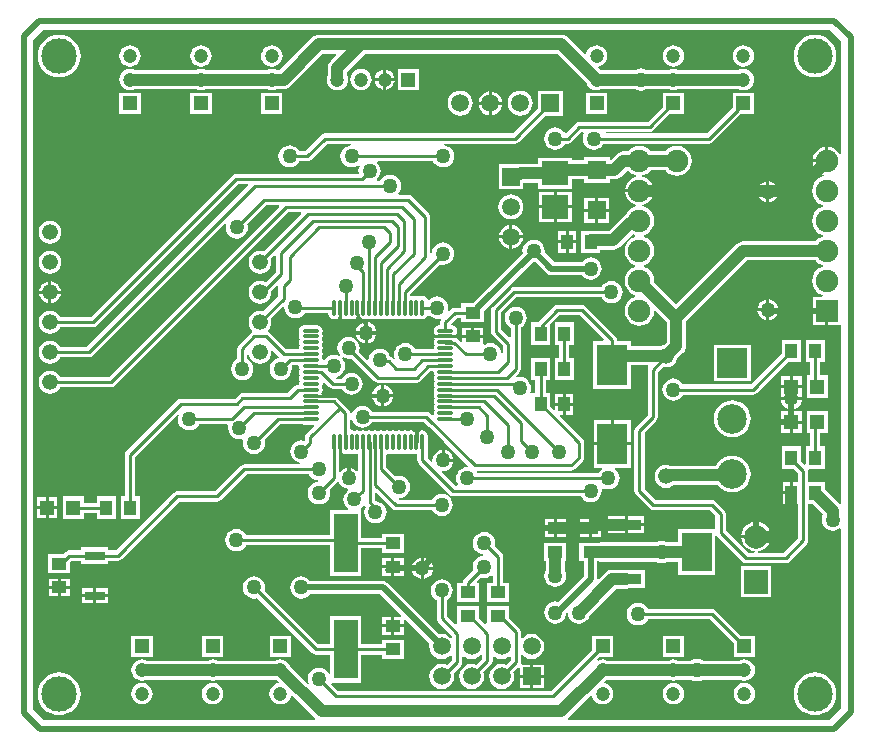
<source format=gtl>
G04*
G04 #@! TF.GenerationSoftware,Altium Limited,Altium Designer,20.0.13 (296)*
G04*
G04 Layer_Physical_Order=1*
G04 Layer_Color=255*
%FSLAX25Y25*%
%MOIN*%
G70*
G01*
G75*
%ADD14C,0.01000*%
%ADD19C,0.01968*%
%ADD20R,0.04724X0.05118*%
%ADD21R,0.05118X0.03937*%
%ADD22R,0.07874X0.19685*%
%ADD23R,0.03937X0.05118*%
%ADD24R,0.06693X0.03150*%
%ADD25R,0.10039X0.12992*%
%ADD26R,0.10039X0.03740*%
%ADD27R,0.10236X0.13780*%
%ADD28R,0.08858X0.08071*%
%ADD29R,0.06299X0.06299*%
%ADD30O,0.01181X0.05512*%
%ADD31O,0.05512X0.01181*%
%ADD32R,0.04724X0.04724*%
%ADD33C,0.04724*%
%ADD34C,0.05906*%
%ADD35R,0.05906X0.05906*%
%ADD36C,0.07500*%
%ADD37R,0.07500X0.07500*%
%ADD38R,0.04724X0.04724*%
%ADD39R,0.05906X0.05906*%
%ADD40C,0.05236*%
%ADD41C,0.07874*%
%ADD42R,0.07874X0.07874*%
%ADD43R,0.09843X0.09843*%
%ADD44C,0.09843*%
%ADD45C,0.11811*%
%ADD46C,0.05000*%
%ADD47C,0.03937*%
%ADD48C,0.02000*%
G36*
X469264Y426243D02*
Y388678D01*
X468764Y388579D01*
X468716Y388695D01*
X467955Y389687D01*
X466962Y390448D01*
X465807Y390927D01*
X465067Y391024D01*
Y386299D01*
X464567D01*
Y385799D01*
X459842D01*
X459939Y385059D01*
X460418Y383904D01*
X461179Y382911D01*
X462171Y382150D01*
X463327Y381672D01*
X463546Y381643D01*
Y381138D01*
X463280Y381103D01*
X462080Y380607D01*
X461050Y379816D01*
X460260Y378786D01*
X459763Y377587D01*
X459593Y376299D01*
X459763Y375012D01*
X460260Y373812D01*
X461050Y372782D01*
X462080Y371992D01*
X463110Y371565D01*
Y371033D01*
X462080Y370606D01*
X461050Y369816D01*
X460260Y368786D01*
X459763Y367586D01*
X459593Y366299D01*
X459763Y365012D01*
X460260Y363812D01*
X461050Y362782D01*
X462080Y361992D01*
X463110Y361565D01*
Y361033D01*
X462080Y360607D01*
X461050Y359816D01*
X460789Y359476D01*
X436673D01*
X435851Y359368D01*
X435085Y359050D01*
X434427Y358545D01*
X414370Y338489D01*
X406985Y345874D01*
X407041Y346299D01*
X406871Y347586D01*
X406374Y348786D01*
X405584Y349816D01*
X404554Y350606D01*
X403524Y351033D01*
Y351565D01*
X404554Y351992D01*
X405584Y352782D01*
X406374Y353812D01*
X406871Y355012D01*
X407041Y356299D01*
X406871Y357587D01*
X406374Y358786D01*
X405584Y359816D01*
X404554Y360607D01*
X403524Y361033D01*
Y361565D01*
X404554Y361992D01*
X405584Y362782D01*
X406374Y363812D01*
X406871Y365012D01*
X407041Y366299D01*
X406871Y367586D01*
X406374Y368786D01*
X405584Y369816D01*
X404554Y370606D01*
X403354Y371103D01*
X403088Y371138D01*
Y371643D01*
X403307Y371672D01*
X404462Y372150D01*
X405455Y372912D01*
X406216Y373904D01*
X406695Y375059D01*
X406792Y375799D01*
X402067D01*
X397342D01*
X397439Y375059D01*
X397918Y373904D01*
X398679Y372912D01*
X399671Y372150D01*
X400827Y371672D01*
X401046Y371643D01*
Y371138D01*
X400780Y371103D01*
X399580Y370606D01*
X398550Y369816D01*
X397760Y368786D01*
X397606Y368415D01*
X397494Y368369D01*
X396836Y367864D01*
X391991Y363019D01*
X385827D01*
X385620Y362992D01*
X382677D01*
Y360049D01*
X382650Y359843D01*
Y359252D01*
X382677Y359046D01*
Y355512D01*
X388976D01*
Y356666D01*
X393307D01*
X394130Y356774D01*
X394896Y357091D01*
X395554Y357596D01*
X399841Y361884D01*
X400610Y361565D01*
Y361033D01*
X399580Y360607D01*
X398550Y359816D01*
X397760Y358786D01*
X397263Y357587D01*
X397093Y356299D01*
X397263Y355012D01*
X397760Y353812D01*
X398550Y352782D01*
X399580Y351992D01*
X400610Y351565D01*
Y351033D01*
X399580Y350606D01*
X398550Y349816D01*
X397760Y348786D01*
X397263Y347586D01*
X397093Y346299D01*
X397263Y345012D01*
X397760Y343812D01*
X398550Y342782D01*
X399580Y341992D01*
X400610Y341565D01*
Y341033D01*
X399580Y340606D01*
X398550Y339816D01*
X397760Y338786D01*
X397263Y337586D01*
X397093Y336299D01*
X397263Y335012D01*
X397760Y333812D01*
X398550Y332782D01*
X399580Y331992D01*
X400780Y331495D01*
X402067Y331326D01*
X403354Y331495D01*
X404554Y331992D01*
X405584Y332782D01*
X406374Y333812D01*
X406871Y335012D01*
X407020Y336146D01*
X407499Y336375D01*
X411193Y332680D01*
Y325922D01*
X410263Y324992D01*
X410032Y324961D01*
X409108Y324578D01*
X408923Y324437D01*
X399311D01*
Y326378D01*
X394726D01*
Y326476D01*
X394595Y327132D01*
X394224Y327688D01*
X384086Y337826D01*
X383530Y338198D01*
X382874Y338328D01*
X374665D01*
X374009Y338198D01*
X373453Y337826D01*
X368108Y332480D01*
X365945D01*
Y325000D01*
X372244D01*
Y331769D01*
X375375Y334900D01*
X382164D01*
X390224Y326840D01*
X390033Y326378D01*
X386713D01*
Y310236D01*
X399311D01*
Y318083D01*
X404775D01*
X405043Y317583D01*
X404913Y317388D01*
X404782Y316732D01*
Y301476D01*
X400855Y297549D01*
X400483Y296992D01*
X400353Y296337D01*
Y276287D01*
X400483Y275631D01*
X400855Y275075D01*
X405489Y270442D01*
X406045Y270070D01*
X406701Y269939D01*
X425471D01*
X427420Y267991D01*
Y264059D01*
X427362Y263583D01*
X426920Y263583D01*
X414961D01*
Y259082D01*
X411356D01*
X411305Y259121D01*
X410410Y259492D01*
X409449Y259618D01*
X408488Y259492D01*
X407592Y259121D01*
X407542Y259082D01*
X388779D01*
X388573Y259055D01*
X382087D01*
Y252756D01*
X383603D01*
Y247968D01*
X374952Y239318D01*
X374016Y239441D01*
X373055Y239315D01*
X372159Y238944D01*
X371390Y238354D01*
X370800Y237585D01*
X370429Y236689D01*
X370303Y235728D01*
X370429Y234767D01*
X370800Y233872D01*
X371390Y233103D01*
X372159Y232513D01*
X373055Y232142D01*
X374016Y232015D01*
X374977Y232142D01*
X375872Y232513D01*
X376641Y233103D01*
X377231Y233872D01*
X377602Y234767D01*
X377701Y235516D01*
X378205D01*
X378303Y234767D01*
X378674Y233872D01*
X379264Y233103D01*
X380033Y232513D01*
X380929Y232142D01*
X381890Y232015D01*
X382851Y232142D01*
X383746Y232513D01*
X384515Y233103D01*
X385105Y233872D01*
X385476Y234767D01*
X385484Y234830D01*
X394328Y243674D01*
X397736D01*
X398558Y243782D01*
X398600Y243799D01*
X403937D01*
Y249902D01*
X398600D01*
X398558Y249919D01*
X397736Y250027D01*
X393012D01*
X392190Y249919D01*
X392148Y249902D01*
X391535D01*
Y249648D01*
X391423Y249602D01*
X390766Y249097D01*
X388484Y246815D01*
X388184Y246976D01*
X388051Y247089D01*
Y252756D01*
X388573D01*
X388779Y252729D01*
X407542D01*
X407592Y252690D01*
X408488Y252319D01*
X409449Y252193D01*
X410410Y252319D01*
X411305Y252690D01*
X411356Y252729D01*
X414961D01*
Y248228D01*
X427362D01*
Y261127D01*
X427862Y261279D01*
X427922Y261190D01*
X436386Y252725D01*
X436942Y252354D01*
X437599Y252223D01*
X450787D01*
X451443Y252354D01*
X451999Y252725D01*
X457905Y258630D01*
X458277Y259187D01*
X458407Y259842D01*
Y271850D01*
X459877D01*
X463267Y268461D01*
X462949Y267693D01*
X462823Y266732D01*
X462949Y265771D01*
X463320Y264876D01*
X463910Y264107D01*
X464679Y263517D01*
X465575Y263146D01*
X466535Y263019D01*
X467496Y263146D01*
X468392Y263517D01*
X468764Y263803D01*
X469264Y263556D01*
Y203757D01*
X465534Y200027D01*
X378380D01*
X378255Y200395D01*
X378248Y200527D01*
X385813Y208092D01*
X386286Y207931D01*
X386312Y207736D01*
X386669Y206874D01*
X387237Y206134D01*
X387977Y205566D01*
X388839Y205209D01*
X389764Y205088D01*
X390689Y205209D01*
X391551Y205566D01*
X392291Y206134D01*
X392859Y206874D01*
X393216Y207736D01*
X393338Y208661D01*
X393216Y209586D01*
X392859Y210448D01*
X392291Y211189D01*
X391551Y211756D01*
X390689Y212113D01*
X390494Y212139D01*
X390334Y212613D01*
X390886Y213165D01*
X391353Y213359D01*
X411796D01*
X412461Y213083D01*
X413386Y212962D01*
X414311Y213083D01*
X414976Y213359D01*
X419353D01*
X419403Y213320D01*
X420299Y212949D01*
X421260Y212823D01*
X422221Y212949D01*
X423116Y213320D01*
X423167Y213359D01*
X435418D01*
X436083Y213083D01*
X437008Y212962D01*
X437933Y213083D01*
X438795Y213440D01*
X439535Y214008D01*
X440103Y214749D01*
X440460Y215610D01*
X440582Y216535D01*
X440460Y217460D01*
X440103Y218322D01*
X439535Y219062D01*
X438795Y219631D01*
X437933Y219988D01*
X437008Y220109D01*
X436083Y219988D01*
X435418Y219712D01*
X423167D01*
X423116Y219751D01*
X422221Y220122D01*
X421260Y220248D01*
X420299Y220122D01*
X419403Y219751D01*
X419353Y219712D01*
X414976D01*
X414311Y219988D01*
X413386Y220109D01*
X412461Y219988D01*
X411796Y219712D01*
X391353D01*
X390689Y219988D01*
X389764Y220109D01*
X388839Y219988D01*
X388214Y219729D01*
X387931Y220153D01*
X388645Y220866D01*
X393307D01*
Y227953D01*
X386221D01*
Y223290D01*
X372518Y209588D01*
X301694D01*
X299381Y211902D01*
X299588Y212402D01*
X309252D01*
Y221711D01*
X316142D01*
Y220276D01*
X323622D01*
Y226575D01*
X316142D01*
Y225139D01*
X309252D01*
Y234449D01*
X299016D01*
Y225139D01*
X295001D01*
X277149Y242991D01*
X277208Y243133D01*
X277334Y244094D01*
X277208Y245056D01*
X276837Y245951D01*
X276247Y246720D01*
X275478Y247310D01*
X274583Y247681D01*
X273622Y247807D01*
X272660Y247681D01*
X271765Y247310D01*
X270996Y246720D01*
X270406Y245951D01*
X270035Y245056D01*
X269909Y244094D01*
X270035Y243133D01*
X270406Y242238D01*
X270996Y241469D01*
X271765Y240879D01*
X272660Y240508D01*
X273622Y240382D01*
X274583Y240508D01*
X274725Y240567D01*
X293079Y222213D01*
X293635Y221842D01*
X294291Y221711D01*
X299016D01*
Y215479D01*
X298516Y215379D01*
X298491Y215439D01*
X297901Y216208D01*
X297132Y216798D01*
X296236Y217169D01*
X295276Y217296D01*
X294315Y217169D01*
X293419Y216798D01*
X292650Y216208D01*
X292060Y215439D01*
X291689Y214544D01*
X291563Y213583D01*
X291689Y212622D01*
X291863Y212203D01*
X291439Y211920D01*
X285701Y217658D01*
X285426Y218322D01*
X284858Y219062D01*
X284118Y219631D01*
X283256Y219988D01*
X282331Y220109D01*
X281406Y219988D01*
X280741Y219712D01*
X261432D01*
X260768Y219988D01*
X259842Y220109D01*
X258917Y219988D01*
X258253Y219712D01*
X237810D01*
X237145Y219988D01*
X236221Y220109D01*
X235296Y219988D01*
X234434Y219631D01*
X233693Y219062D01*
X233125Y218322D01*
X232768Y217460D01*
X232647Y216535D01*
X232768Y215610D01*
X233125Y214749D01*
X233693Y214008D01*
X234434Y213440D01*
X235296Y213083D01*
X236221Y212962D01*
X237145Y213083D01*
X237810Y213359D01*
X258253D01*
X258917Y213083D01*
X259842Y212962D01*
X260768Y213083D01*
X261432Y213359D01*
X280741D01*
X281208Y213165D01*
X281761Y212613D01*
X281600Y212139D01*
X281406Y212113D01*
X280544Y211756D01*
X279804Y211189D01*
X279236Y210448D01*
X278879Y209586D01*
X278757Y208661D01*
X278879Y207736D01*
X279236Y206874D01*
X279804Y206134D01*
X280544Y205566D01*
X281406Y205209D01*
X282331Y205088D01*
X283256Y205209D01*
X284118Y205566D01*
X284858Y206134D01*
X285426Y206874D01*
X285783Y207736D01*
X285808Y207931D01*
X286282Y208092D01*
X293846Y200527D01*
X293840Y200395D01*
X293715Y200027D01*
X203466D01*
X200027Y203466D01*
Y426535D01*
X203387Y429894D01*
X465613D01*
X469264Y426243D01*
D02*
G37*
G36*
X461050Y352782D02*
X462080Y351992D01*
X463110Y351565D01*
Y351033D01*
X462080Y350606D01*
X461050Y349816D01*
X460260Y348786D01*
X459763Y347586D01*
X459593Y346299D01*
X459763Y345012D01*
X460260Y343812D01*
X461050Y342782D01*
X462080Y341992D01*
X463149Y341549D01*
X463049Y341049D01*
X459817D01*
Y336799D01*
X464567D01*
Y336299D01*
X465067D01*
Y331549D01*
X469264D01*
Y272080D01*
X468896Y271955D01*
X468764Y271949D01*
X463779Y276934D01*
Y279331D01*
X458407D01*
Y282874D01*
X458350Y283161D01*
X458663Y283618D01*
X458744Y283661D01*
X463779D01*
Y291142D01*
X462344D01*
Y295472D01*
X464961D01*
Y302953D01*
X457874D01*
Y295472D01*
X458916D01*
Y291142D01*
X457480D01*
Y285164D01*
X457018Y284973D01*
X455905Y286085D01*
Y291142D01*
X449606D01*
Y283661D01*
X453481D01*
X454979Y282164D01*
Y279150D01*
X453256D01*
Y275590D01*
Y272031D01*
X454979D01*
Y260553D01*
X450077Y255651D01*
X441492D01*
X441459Y256151D01*
X442234Y256253D01*
X443435Y256750D01*
X444466Y257542D01*
X445257Y258573D01*
X445755Y259774D01*
X445859Y260563D01*
X440945D01*
X436031D01*
X436135Y259774D01*
X436632Y258573D01*
X437424Y257542D01*
X438455Y256750D01*
X439656Y256253D01*
X440431Y256151D01*
X440398Y255651D01*
X438308D01*
X430848Y263112D01*
Y268701D01*
X430717Y269357D01*
X430346Y269913D01*
X427393Y272866D01*
X426837Y273237D01*
X426181Y273368D01*
X407411D01*
X403781Y276997D01*
Y295626D01*
X407708Y299554D01*
X408080Y300110D01*
X408210Y300766D01*
Y316022D01*
X409830Y317642D01*
X410032Y317558D01*
X411024Y317428D01*
X412015Y317558D01*
X412940Y317941D01*
X413733Y318550D01*
X414342Y319344D01*
X414725Y320268D01*
X414755Y320499D01*
X416616Y322360D01*
X417121Y323018D01*
X417439Y323784D01*
X417547Y324606D01*
Y332680D01*
X437989Y353122D01*
X460789D01*
X461050Y352782D01*
D02*
G37*
%LPC*%
G36*
X436673Y424834D02*
X435748Y424712D01*
X434886Y424355D01*
X434146Y423787D01*
X433578Y423047D01*
X433221Y422185D01*
X433099Y421260D01*
X433221Y420335D01*
X433578Y419473D01*
X434146Y418733D01*
X434886Y418165D01*
X435748Y417808D01*
X436673Y417686D01*
X437598Y417808D01*
X438460Y418165D01*
X439200Y418733D01*
X439768Y419473D01*
X440125Y420335D01*
X440247Y421260D01*
X440125Y422185D01*
X439768Y423047D01*
X439200Y423787D01*
X438460Y424355D01*
X437598Y424712D01*
X436673Y424834D01*
D02*
G37*
G36*
X413386D02*
X412461Y424712D01*
X411599Y424355D01*
X410859Y423787D01*
X410291Y423047D01*
X409934Y422185D01*
X409812Y421260D01*
X409934Y420335D01*
X410291Y419473D01*
X410859Y418733D01*
X411599Y418165D01*
X412461Y417808D01*
X413386Y417686D01*
X414311Y417808D01*
X415173Y418165D01*
X415913Y418733D01*
X416481Y419473D01*
X416838Y420335D01*
X416960Y421260D01*
X416838Y422185D01*
X416481Y423047D01*
X415913Y423787D01*
X415173Y424355D01*
X414311Y424712D01*
X413386Y424834D01*
D02*
G37*
G36*
X279528D02*
X278603Y424712D01*
X277741Y424355D01*
X277000Y423787D01*
X276432Y423047D01*
X276076Y422185D01*
X275954Y421260D01*
X276076Y420335D01*
X276432Y419473D01*
X277000Y418733D01*
X277741Y418165D01*
X278603Y417808D01*
X279528Y417686D01*
X280453Y417808D01*
X281314Y418165D01*
X282055Y418733D01*
X282623Y419473D01*
X282980Y420335D01*
X283101Y421260D01*
X282980Y422185D01*
X282623Y423047D01*
X282055Y423787D01*
X281314Y424355D01*
X280453Y424712D01*
X279528Y424834D01*
D02*
G37*
G36*
X255906D02*
X254980Y424712D01*
X254119Y424355D01*
X253378Y423787D01*
X252810Y423047D01*
X252453Y422185D01*
X252332Y421260D01*
X252453Y420335D01*
X252810Y419473D01*
X253378Y418733D01*
X254119Y418165D01*
X254980Y417808D01*
X255906Y417686D01*
X256831Y417808D01*
X257693Y418165D01*
X258433Y418733D01*
X259001Y419473D01*
X259358Y420335D01*
X259479Y421260D01*
X259358Y422185D01*
X259001Y423047D01*
X258433Y423787D01*
X257693Y424355D01*
X256831Y424712D01*
X255906Y424834D01*
D02*
G37*
G36*
X232283D02*
X231359Y424712D01*
X230497Y424355D01*
X229756Y423787D01*
X229188Y423047D01*
X228831Y422185D01*
X228710Y421260D01*
X228831Y420335D01*
X229188Y419473D01*
X229756Y418733D01*
X230497Y418165D01*
X231359Y417808D01*
X232283Y417686D01*
X233208Y417808D01*
X234070Y418165D01*
X234811Y418733D01*
X235379Y419473D01*
X235736Y420335D01*
X235857Y421260D01*
X235736Y422185D01*
X235379Y423047D01*
X234811Y423787D01*
X234070Y424355D01*
X233208Y424712D01*
X232283Y424834D01*
D02*
G37*
G36*
X460630Y428381D02*
X459241Y428244D01*
X457905Y427839D01*
X456674Y427181D01*
X455595Y426295D01*
X454709Y425216D01*
X454051Y423985D01*
X453646Y422649D01*
X453509Y421260D01*
X453646Y419871D01*
X454051Y418535D01*
X454709Y417304D01*
X455595Y416225D01*
X456674Y415339D01*
X457905Y414681D01*
X459241Y414276D01*
X460630Y414139D01*
X462019Y414276D01*
X463355Y414681D01*
X464586Y415339D01*
X465665Y416225D01*
X466551Y417304D01*
X467209Y418535D01*
X467614Y419871D01*
X467751Y421260D01*
X467614Y422649D01*
X467209Y423985D01*
X466551Y425216D01*
X465665Y426295D01*
X464586Y427181D01*
X463355Y427839D01*
X462019Y428244D01*
X460630Y428381D01*
D02*
G37*
G36*
X208661D02*
X207272Y428244D01*
X205936Y427839D01*
X204705Y427181D01*
X203626Y426295D01*
X202741Y425216D01*
X202083Y423985D01*
X201677Y422649D01*
X201540Y421260D01*
X201677Y419871D01*
X202083Y418535D01*
X202741Y417304D01*
X203626Y416225D01*
X204705Y415339D01*
X205936Y414681D01*
X207272Y414276D01*
X208661Y414139D01*
X210051Y414276D01*
X211386Y414681D01*
X212618Y415339D01*
X213697Y416225D01*
X214582Y417304D01*
X215240Y418535D01*
X215646Y419871D01*
X215782Y421260D01*
X215646Y422649D01*
X215240Y423985D01*
X214582Y425216D01*
X213697Y426295D01*
X212618Y427181D01*
X211386Y427839D01*
X210051Y428244D01*
X208661Y428381D01*
D02*
G37*
G36*
X317626Y416711D02*
Y413886D01*
X320451D01*
X320402Y414263D01*
X320063Y415081D01*
X319524Y415784D01*
X318822Y416323D01*
X318004Y416662D01*
X317626Y416711D01*
D02*
G37*
G36*
X316626D02*
X316248Y416662D01*
X315430Y416323D01*
X314728Y415784D01*
X314189Y415081D01*
X313850Y414263D01*
X313801Y413886D01*
X316626D01*
Y416711D01*
D02*
G37*
G36*
X320451Y412886D02*
X317626D01*
Y410060D01*
X318004Y410110D01*
X318822Y410449D01*
X319524Y410988D01*
X320063Y411690D01*
X320402Y412508D01*
X320451Y412886D01*
D02*
G37*
G36*
X316626D02*
X313801D01*
X313850Y412508D01*
X314189Y411690D01*
X314728Y410988D01*
X315430Y410449D01*
X316248Y410110D01*
X316626Y410060D01*
Y412886D01*
D02*
G37*
G36*
X328543Y416929D02*
X321457D01*
Y409842D01*
X328543D01*
Y416929D01*
D02*
G37*
G36*
X375984Y428374D02*
X295276D01*
X294453Y428265D01*
X293687Y427948D01*
X293029Y427443D01*
X282149Y416563D01*
X281117D01*
X280453Y416838D01*
X279528Y416960D01*
X278603Y416838D01*
X277938Y416563D01*
X257495D01*
X256831Y416838D01*
X255906Y416960D01*
X254980Y416838D01*
X254316Y416563D01*
X233873D01*
X233208Y416838D01*
X232283Y416960D01*
X231359Y416838D01*
X230497Y416481D01*
X229756Y415913D01*
X229188Y415173D01*
X228831Y414311D01*
X228710Y413386D01*
X228831Y412461D01*
X229188Y411599D01*
X229756Y410859D01*
X230497Y410291D01*
X231359Y409934D01*
X232283Y409812D01*
X233208Y409934D01*
X233873Y410209D01*
X254316D01*
X254980Y409934D01*
X255906Y409812D01*
X256831Y409934D01*
X257495Y410209D01*
X277938D01*
X278603Y409934D01*
X279528Y409812D01*
X280453Y409934D01*
X281117Y410209D01*
X283465D01*
X284287Y410317D01*
X285053Y410635D01*
X285711Y411139D01*
X296591Y422020D01*
X300874D01*
X301065Y421558D01*
X299132Y419624D01*
X298627Y418966D01*
X298309Y418200D01*
X298201Y417378D01*
Y414976D01*
X297926Y414311D01*
X297804Y413386D01*
X297926Y412461D01*
X298283Y411599D01*
X298851Y410859D01*
X299591Y410291D01*
X300453Y409934D01*
X301378Y409812D01*
X302303Y409934D01*
X303165Y410291D01*
X303905Y410859D01*
X304473Y411599D01*
X304830Y412461D01*
X304952Y413386D01*
X304830Y414311D01*
X304555Y414976D01*
Y416062D01*
X310513Y422020D01*
X374668D01*
X384425Y412263D01*
X384700Y411599D01*
X385268Y410859D01*
X386008Y410291D01*
X386870Y409934D01*
X387795Y409812D01*
X388720Y409934D01*
X389385Y410209D01*
X400652D01*
X400703Y410170D01*
X401598Y409799D01*
X402559Y409673D01*
X403520Y409799D01*
X404416Y410170D01*
X404466Y410209D01*
X411796D01*
X412461Y409934D01*
X413386Y409812D01*
X414311Y409934D01*
X414976Y410209D01*
X435084D01*
X435748Y409934D01*
X436673Y409812D01*
X437598Y409934D01*
X438460Y410291D01*
X439200Y410859D01*
X439768Y411599D01*
X440125Y412461D01*
X440247Y413386D01*
X440125Y414311D01*
X439768Y415173D01*
X439200Y415913D01*
X438460Y416481D01*
X437598Y416838D01*
X436673Y416960D01*
X435748Y416838D01*
X435084Y416563D01*
X414976D01*
X414311Y416838D01*
X413386Y416960D01*
X412461Y416838D01*
X411796Y416563D01*
X404466D01*
X404416Y416601D01*
X403520Y416972D01*
X402559Y417099D01*
X401598Y416972D01*
X400703Y416601D01*
X400652Y416563D01*
X389385D01*
X388917Y416756D01*
X388365Y417309D01*
X388526Y417782D01*
X388720Y417808D01*
X389582Y418165D01*
X390322Y418733D01*
X390890Y419473D01*
X391247Y420335D01*
X391369Y421260D01*
X391247Y422185D01*
X390890Y423047D01*
X390322Y423787D01*
X389582Y424355D01*
X388720Y424712D01*
X387795Y424834D01*
X386870Y424712D01*
X386008Y424355D01*
X385268Y423787D01*
X384700Y423047D01*
X384343Y422185D01*
X384318Y421990D01*
X383844Y421830D01*
X378231Y427443D01*
X377572Y427948D01*
X376806Y428265D01*
X375984Y428374D01*
D02*
G37*
G36*
X309252Y416960D02*
X308327Y416838D01*
X307465Y416481D01*
X306725Y415913D01*
X306157Y415173D01*
X305800Y414311D01*
X305678Y413386D01*
X305800Y412461D01*
X306157Y411599D01*
X306725Y410859D01*
X307465Y410291D01*
X308327Y409934D01*
X309252Y409812D01*
X310177Y409934D01*
X311039Y410291D01*
X311779Y410859D01*
X312347Y411599D01*
X312704Y412461D01*
X312826Y413386D01*
X312704Y414311D01*
X312347Y415173D01*
X311779Y415913D01*
X311039Y416481D01*
X310177Y416838D01*
X309252Y416960D01*
D02*
G37*
G36*
X352862Y409433D02*
Y406012D01*
X356283D01*
X356213Y406544D01*
X355815Y407505D01*
X355181Y408331D01*
X354356Y408964D01*
X353394Y409363D01*
X352862Y409433D01*
D02*
G37*
G36*
X351862D02*
X351330Y409363D01*
X350369Y408964D01*
X349543Y408331D01*
X348909Y407505D01*
X348511Y406544D01*
X348441Y406012D01*
X351862D01*
Y409433D01*
D02*
G37*
G36*
X391339Y409055D02*
X384252D01*
Y401968D01*
X391339D01*
Y409055D01*
D02*
G37*
G36*
X283071D02*
X275984D01*
Y401968D01*
X283071D01*
Y409055D01*
D02*
G37*
G36*
X259449D02*
X252362D01*
Y401968D01*
X259449D01*
Y409055D01*
D02*
G37*
G36*
X235827D02*
X228740D01*
Y401968D01*
X235827D01*
Y409055D01*
D02*
G37*
G36*
X356283Y405012D02*
X352862D01*
Y401591D01*
X353394Y401661D01*
X354356Y402059D01*
X355181Y402693D01*
X355815Y403518D01*
X356213Y404480D01*
X356283Y405012D01*
D02*
G37*
G36*
X351862D02*
X348441D01*
X348511Y404480D01*
X348909Y403518D01*
X349543Y402693D01*
X350369Y402059D01*
X351330Y401661D01*
X351862Y401591D01*
Y405012D01*
D02*
G37*
G36*
X362362Y409681D02*
X361283Y409539D01*
X360277Y409123D01*
X359414Y408460D01*
X358751Y407597D01*
X358335Y406591D01*
X358193Y405512D01*
X358335Y404433D01*
X358751Y403427D01*
X359414Y402563D01*
X360277Y401901D01*
X361283Y401484D01*
X362362Y401342D01*
X363441Y401484D01*
X364447Y401901D01*
X365311Y402563D01*
X365973Y403427D01*
X366390Y404433D01*
X366532Y405512D01*
X366390Y406591D01*
X365973Y407597D01*
X365311Y408460D01*
X364447Y409123D01*
X363441Y409539D01*
X362362Y409681D01*
D02*
G37*
G36*
X342362D02*
X341283Y409539D01*
X340277Y409123D01*
X339414Y408460D01*
X338751Y407597D01*
X338335Y406591D01*
X338193Y405512D01*
X338335Y404433D01*
X338751Y403427D01*
X339414Y402563D01*
X340277Y401901D01*
X341283Y401484D01*
X342362Y401342D01*
X343441Y401484D01*
X344447Y401901D01*
X345310Y402563D01*
X345973Y403427D01*
X346390Y404433D01*
X346532Y405512D01*
X346390Y406591D01*
X345973Y407597D01*
X345310Y408460D01*
X344447Y409123D01*
X343441Y409539D01*
X342362Y409681D01*
D02*
G37*
G36*
X440216Y409055D02*
X433130D01*
Y404058D01*
X424487Y395415D01*
X390629D01*
X390623Y395424D01*
X390897Y395924D01*
X405512D01*
X406168Y396054D01*
X406724Y396426D01*
X412266Y401968D01*
X416929D01*
Y409055D01*
X409842D01*
Y404392D01*
X404802Y399352D01*
X382039D01*
X381383Y399221D01*
X380827Y398850D01*
X377703Y395725D01*
X377634Y395701D01*
X377056Y395785D01*
X376641Y396326D01*
X375872Y396916D01*
X374977Y397287D01*
X374016Y397414D01*
X373055Y397287D01*
X372159Y396916D01*
X371390Y396326D01*
X370800Y395557D01*
X370429Y394662D01*
X370303Y393701D01*
X370429Y392740D01*
X370800Y391844D01*
X371390Y391075D01*
X372159Y390485D01*
X373055Y390114D01*
X374016Y389988D01*
X374977Y390114D01*
X375872Y390485D01*
X376641Y391075D01*
X377231Y391844D01*
X377290Y391987D01*
X378102D01*
X378758Y392117D01*
X379314Y392489D01*
X382749Y395924D01*
X383309D01*
X383540Y395424D01*
X383225Y394662D01*
X383098Y393701D01*
X383225Y392740D01*
X383596Y391844D01*
X384186Y391075D01*
X384955Y390485D01*
X385850Y390114D01*
X386811Y389988D01*
X387772Y390114D01*
X388667Y390485D01*
X389436Y391075D01*
X390026Y391844D01*
X390085Y391987D01*
X425197D01*
X425853Y392117D01*
X426409Y392489D01*
X435889Y401968D01*
X440216D01*
Y409055D01*
D02*
G37*
G36*
X414567Y391273D02*
X413280Y391103D01*
X412080Y390606D01*
X411050Y389816D01*
X410789Y389476D01*
X405845D01*
X405584Y389816D01*
X404554Y390606D01*
X403354Y391103D01*
X402067Y391273D01*
X400780Y391103D01*
X399580Y390606D01*
X398550Y389816D01*
X398289Y389476D01*
X396732D01*
X395910Y389368D01*
X395144Y389050D01*
X394486Y388545D01*
X392626Y386686D01*
X392126Y386893D01*
Y387598D01*
X383465D01*
Y386444D01*
X379626D01*
Y387402D01*
X368406D01*
Y385362D01*
X362543D01*
X361720Y385254D01*
X361411Y385126D01*
X360236D01*
X360030Y385098D01*
X355118D01*
Y376831D01*
X363386D01*
Y378987D01*
X363437Y379008D01*
X368406D01*
Y376969D01*
X379626D01*
Y380091D01*
X383465D01*
Y378937D01*
X392126D01*
Y380091D01*
X393701D01*
X394523Y380199D01*
X395289Y380517D01*
X395947Y381021D01*
X397861Y382935D01*
X398457Y382903D01*
X398550Y382782D01*
X399580Y381992D01*
X400780Y381495D01*
X401046Y381460D01*
Y380956D01*
X400827Y380927D01*
X399671Y380448D01*
X398679Y379687D01*
X397918Y378695D01*
X397439Y377539D01*
X397342Y376799D01*
X402067D01*
X406792D01*
X406695Y377539D01*
X406216Y378695D01*
X405455Y379687D01*
X404462Y380448D01*
X403307Y380927D01*
X403088Y380956D01*
Y381460D01*
X403354Y381495D01*
X404554Y381992D01*
X405584Y382782D01*
X405845Y383122D01*
X410789D01*
X411050Y382782D01*
X412080Y381992D01*
X413280Y381495D01*
X414567Y381326D01*
X415854Y381495D01*
X417054Y381992D01*
X418084Y382782D01*
X418874Y383812D01*
X419371Y385012D01*
X419541Y386299D01*
X419371Y387586D01*
X418874Y388786D01*
X418084Y389816D01*
X417054Y390606D01*
X415854Y391103D01*
X414567Y391273D01*
D02*
G37*
G36*
X464067Y391024D02*
X463327Y390927D01*
X462171Y390448D01*
X461179Y389687D01*
X460418Y388695D01*
X459939Y387539D01*
X459842Y386799D01*
X464067D01*
Y391024D01*
D02*
G37*
G36*
X376496Y409646D02*
X368228D01*
Y403802D01*
X359841Y395415D01*
X297244D01*
X296588Y395284D01*
X296032Y394913D01*
X290629Y389509D01*
X288707D01*
X288649Y389652D01*
X288058Y390421D01*
X287290Y391011D01*
X286394Y391382D01*
X285433Y391508D01*
X284472Y391382D01*
X283577Y391011D01*
X282808Y390421D01*
X282218Y389652D01*
X281847Y388756D01*
X281720Y387795D01*
X281847Y386834D01*
X282218Y385939D01*
X282808Y385170D01*
X283577Y384580D01*
X284472Y384209D01*
X285433Y384082D01*
X286394Y384209D01*
X287290Y384580D01*
X288058Y385170D01*
X288649Y385939D01*
X288707Y386081D01*
X291339D01*
X291995Y386212D01*
X292551Y386583D01*
X297954Y391987D01*
X305797D01*
X305815Y391975D01*
X305784Y391466D01*
X305141Y391382D01*
X304246Y391011D01*
X303477Y390421D01*
X302887Y389652D01*
X302516Y388756D01*
X302390Y387795D01*
X302516Y386834D01*
X302887Y385939D01*
X303477Y385170D01*
X304246Y384580D01*
X305141Y384209D01*
X306102Y384082D01*
X307063Y384209D01*
X307959Y384580D01*
X308374Y384898D01*
X308785Y384583D01*
X308512Y383926D01*
X308386Y382965D01*
X308459Y382405D01*
X308130Y382029D01*
X267662D01*
X267006Y381898D01*
X266450Y381527D01*
X219157Y334234D01*
X208993D01*
X208909Y334436D01*
X208300Y335229D01*
X207506Y335838D01*
X206582Y336221D01*
X205591Y336352D01*
X204599Y336221D01*
X203675Y335838D01*
X202881Y335229D01*
X202272Y334436D01*
X201889Y333511D01*
X201759Y332520D01*
X201889Y331528D01*
X202272Y330604D01*
X202881Y329810D01*
X203675Y329201D01*
X204599Y328818D01*
X205591Y328688D01*
X206582Y328818D01*
X207506Y329201D01*
X208300Y329810D01*
X208909Y330604D01*
X208993Y330806D01*
X219867D01*
X220523Y330936D01*
X221079Y331308D01*
X268372Y378601D01*
X271508D01*
X271699Y378139D01*
X217794Y324234D01*
X208993D01*
X208909Y324436D01*
X208300Y325229D01*
X207506Y325838D01*
X206582Y326221D01*
X205591Y326352D01*
X204599Y326221D01*
X203675Y325838D01*
X202881Y325229D01*
X202272Y324436D01*
X201889Y323512D01*
X201759Y322520D01*
X201889Y321528D01*
X202272Y320604D01*
X202881Y319810D01*
X203675Y319201D01*
X204599Y318818D01*
X205591Y318688D01*
X206582Y318818D01*
X207506Y319201D01*
X208300Y319810D01*
X208909Y320604D01*
X208993Y320806D01*
X218504D01*
X219160Y320936D01*
X219716Y321308D01*
X263921Y365512D01*
X264345Y365229D01*
X264279Y365071D01*
X264153Y364110D01*
X264279Y363149D01*
X264650Y362254D01*
X265240Y361485D01*
X266009Y360895D01*
X266905Y360524D01*
X267865Y360397D01*
X268827Y360524D01*
X269722Y360895D01*
X270491Y361485D01*
X271081Y362254D01*
X271452Y363149D01*
X271578Y364110D01*
X271452Y365071D01*
X271393Y365214D01*
X277694Y371514D01*
X281823D01*
X282014Y371052D01*
X225196Y314234D01*
X208993D01*
X208909Y314436D01*
X208300Y315229D01*
X207506Y315838D01*
X206582Y316221D01*
X205591Y316352D01*
X204599Y316221D01*
X203675Y315838D01*
X202881Y315229D01*
X202272Y314436D01*
X201889Y313511D01*
X201759Y312520D01*
X201889Y311528D01*
X202272Y310604D01*
X202881Y309810D01*
X203675Y309201D01*
X204599Y308818D01*
X205591Y308688D01*
X206582Y308818D01*
X207506Y309201D01*
X208300Y309810D01*
X208909Y310604D01*
X208993Y310806D01*
X225905D01*
X226561Y310936D01*
X227117Y311308D01*
X284962Y369152D01*
X289146D01*
X289337Y368690D01*
X276784Y356137D01*
X276582Y356221D01*
X275590Y356352D01*
X274599Y356221D01*
X273675Y355838D01*
X272881Y355229D01*
X272272Y354436D01*
X271889Y353512D01*
X271759Y352520D01*
X271889Y351528D01*
X272272Y350604D01*
X272881Y349810D01*
X273675Y349201D01*
X274599Y348818D01*
X275590Y348688D01*
X276582Y348818D01*
X277506Y349201D01*
X278300Y349810D01*
X278909Y350604D01*
X279292Y351528D01*
X279422Y352520D01*
X279292Y353512D01*
X279208Y353713D01*
X280304Y354809D01*
X280766Y354618D01*
Y349134D01*
X277481Y345849D01*
X276582Y346221D01*
X275590Y346352D01*
X274599Y346221D01*
X273675Y345838D01*
X272881Y345229D01*
X272272Y344436D01*
X271889Y343512D01*
X271759Y342520D01*
X271889Y341528D01*
X272272Y340604D01*
X272881Y339810D01*
X273675Y339201D01*
X274599Y338818D01*
X275590Y338688D01*
X276582Y338818D01*
X277506Y339201D01*
X278300Y339810D01*
X278909Y340604D01*
X279292Y341528D01*
X279422Y342520D01*
X279373Y342894D01*
X281309Y344829D01*
X281769Y344582D01*
X281750Y344488D01*
Y341104D01*
X276784Y336137D01*
X276582Y336221D01*
X275590Y336352D01*
X274599Y336221D01*
X273675Y335838D01*
X272881Y335229D01*
X272272Y334436D01*
X271889Y333511D01*
X271759Y332520D01*
X271889Y331528D01*
X272272Y330604D01*
X272881Y329810D01*
X272904Y329793D01*
X272914Y329761D01*
X272851Y329202D01*
X272501Y328968D01*
X268473Y324940D01*
X268102Y324384D01*
X267971Y323728D01*
Y320203D01*
X267829Y320145D01*
X267060Y319554D01*
X266470Y318786D01*
X266099Y317890D01*
X265972Y316929D01*
X266099Y315968D01*
X266470Y315073D01*
X267060Y314304D01*
X267829Y313714D01*
X268724Y313343D01*
X269685Y313216D01*
X270646Y313343D01*
X271542Y313714D01*
X272310Y314304D01*
X272901Y315073D01*
X273271Y315968D01*
X273398Y316929D01*
X273271Y317890D01*
X272901Y318786D01*
X272310Y319554D01*
X271542Y320145D01*
X271399Y320203D01*
Y321453D01*
X271889Y321528D01*
X272272Y320604D01*
X272881Y319810D01*
X273675Y319201D01*
X274599Y318818D01*
X275590Y318688D01*
X276582Y318818D01*
X277506Y319201D01*
X278300Y319810D01*
X278909Y320604D01*
X279292Y321528D01*
X279422Y322520D01*
X279386Y322798D01*
X279859Y323031D01*
X281830Y321061D01*
X281651Y320533D01*
X281519Y320515D01*
X280624Y320145D01*
X279855Y319554D01*
X279265Y318786D01*
X278894Y317890D01*
X278767Y316929D01*
X278894Y315968D01*
X279265Y315073D01*
X279855Y314304D01*
X280624Y313714D01*
X281519Y313343D01*
X282480Y313216D01*
X283441Y313343D01*
X284337Y313714D01*
X285106Y314304D01*
X285696Y315073D01*
X286067Y315968D01*
X286193Y316929D01*
X286093Y317688D01*
X286392Y318102D01*
X286493Y318168D01*
X288339D01*
X288548Y317913D01*
X288685Y317222D01*
X288881Y316929D01*
X288685Y316636D01*
X288548Y315945D01*
X288685Y315254D01*
X288881Y314961D01*
X288685Y314668D01*
X288548Y313976D01*
X288685Y313285D01*
X288881Y312992D01*
X288685Y312699D01*
X288548Y312008D01*
X288100Y311697D01*
X287730Y311623D01*
X287174Y311251D01*
X284723Y308801D01*
X269685D01*
X269029Y308670D01*
X268473Y308299D01*
X267156Y306981D01*
X249165D01*
X248509Y306851D01*
X247953Y306479D01*
X231071Y289598D01*
X230700Y289042D01*
X230569Y288386D01*
Y274409D01*
X229134D01*
Y266929D01*
X235433D01*
Y274409D01*
X233998D01*
Y287676D01*
X248096Y301775D01*
X248520Y301492D01*
X248382Y301158D01*
X248256Y300197D01*
X248382Y299236D01*
X248753Y298340D01*
X249343Y297571D01*
X250112Y296981D01*
X251008Y296610D01*
X251969Y296484D01*
X252929Y296610D01*
X253825Y296981D01*
X254594Y297571D01*
X255184Y298340D01*
X255243Y298483D01*
X264741D01*
X265085Y297983D01*
X264988Y297244D01*
X265114Y296283D01*
X265485Y295388D01*
X266075Y294619D01*
X266844Y294029D01*
X267740Y293658D01*
X268701Y293531D01*
X269662Y293658D01*
X269696Y293672D01*
X270050Y293318D01*
X270035Y293283D01*
X269909Y292322D01*
X270035Y291361D01*
X270406Y290466D01*
X270996Y289697D01*
X271765Y289107D01*
X272660Y288736D01*
X273622Y288609D01*
X274583Y288736D01*
X275478Y289107D01*
X276247Y289697D01*
X276837Y290466D01*
X277208Y291361D01*
X277334Y292322D01*
X277208Y293283D01*
X277149Y293426D01*
X282205Y298483D01*
X289890D01*
X290354Y298391D01*
X293435D01*
X293626Y297929D01*
X291110Y295412D01*
X290738Y294856D01*
X290608Y294200D01*
Y293383D01*
X290543Y293283D01*
X290128Y292983D01*
X289370Y293083D01*
X288409Y292956D01*
X287514Y292585D01*
X286745Y291996D01*
X286155Y291227D01*
X285784Y290331D01*
X285657Y289370D01*
X285784Y288409D01*
X286155Y287514D01*
X286745Y286745D01*
X287514Y286155D01*
X288409Y285784D01*
X289052Y285699D01*
X289083Y285191D01*
X289064Y285179D01*
X270418D01*
X269762Y285048D01*
X269206Y284677D01*
X260653Y276123D01*
X248031D01*
X247376Y275993D01*
X246819Y275622D01*
X227637Y256438D01*
X225000D01*
Y257480D01*
X215945D01*
Y256438D01*
X212008D01*
X211352Y256308D01*
X210796Y255936D01*
X209978Y255118D01*
X204921D01*
Y248819D01*
X212402D01*
Y252694D01*
X212718Y253010D01*
X215945D01*
Y251969D01*
X225000D01*
Y253010D01*
X228346D01*
X229002Y253141D01*
X229558Y253512D01*
X248742Y272695D01*
X261363D01*
X262019Y272826D01*
X262575Y273197D01*
X271128Y281750D01*
X292001D01*
X292060Y281608D01*
X292650Y280839D01*
X293419Y280249D01*
X294315Y279878D01*
X294992Y279789D01*
X295063Y279780D01*
Y279275D01*
X294992Y279266D01*
X294315Y279177D01*
X293419Y278806D01*
X292650Y278216D01*
X292060Y277447D01*
X291689Y276552D01*
X291563Y275590D01*
X291689Y274630D01*
X292060Y273734D01*
X292650Y272965D01*
X293419Y272375D01*
X294315Y272004D01*
X295276Y271878D01*
X296236Y272004D01*
X297132Y272375D01*
X297901Y272965D01*
X298491Y273734D01*
X298862Y274630D01*
X298989Y275590D01*
X298862Y276552D01*
X298803Y276694D01*
X301325Y279216D01*
X301676Y279210D01*
X301900Y279135D01*
X302061Y278747D01*
X302622Y278016D01*
X303353Y277455D01*
X304204Y277102D01*
X304892Y277011D01*
X305032Y276489D01*
X304461Y276051D01*
X303871Y275282D01*
X303500Y274386D01*
X303374Y273425D01*
X303500Y272464D01*
X303871Y271569D01*
X304461Y270800D01*
X305006Y270382D01*
X304836Y269882D01*
X299016D01*
Y261557D01*
X270991D01*
X270932Y261699D01*
X270342Y262468D01*
X269573Y263058D01*
X268677Y263429D01*
X267717Y263555D01*
X266756Y263429D01*
X265860Y263058D01*
X265091Y262468D01*
X264501Y261699D01*
X264130Y260804D01*
X264004Y259842D01*
X264130Y258882D01*
X264501Y257986D01*
X265091Y257217D01*
X265860Y256627D01*
X266756Y256256D01*
X267717Y256130D01*
X268677Y256256D01*
X269573Y256627D01*
X270342Y257217D01*
X270932Y257986D01*
X270991Y258128D01*
X299016D01*
Y247835D01*
X309252D01*
Y257144D01*
X316142D01*
Y255709D01*
X323622D01*
Y262008D01*
X316142D01*
Y260572D01*
X309252D01*
Y269882D01*
X309252D01*
X309167Y270382D01*
X309712Y270800D01*
X310148Y271368D01*
X310470Y271415D01*
X310676Y271402D01*
X310852Y271005D01*
X310852Y271005D01*
X310480Y270109D01*
X310354Y269148D01*
X310480Y268187D01*
X310852Y267292D01*
X311441Y266523D01*
X312210Y265933D01*
X313106Y265562D01*
X314067Y265435D01*
X315028Y265562D01*
X315923Y265933D01*
X316692Y266523D01*
X317282Y267292D01*
X317653Y268187D01*
X317780Y269148D01*
X317653Y270109D01*
X317282Y271005D01*
X316692Y271774D01*
X315923Y272364D01*
X315028Y272735D01*
X314231Y272839D01*
X313812Y273258D01*
Y275535D01*
X314274Y275727D01*
X319560Y270442D01*
X320115Y270070D01*
X320772Y269939D01*
X332867D01*
X332926Y269797D01*
X333516Y269028D01*
X334285Y268438D01*
X335181Y268067D01*
X336142Y267941D01*
X337103Y268067D01*
X337998Y268438D01*
X338767Y269028D01*
X339357Y269797D01*
X339728Y270693D01*
X339855Y271654D01*
X339728Y272615D01*
X339357Y273510D01*
X338767Y274279D01*
X337998Y274869D01*
X337103Y275240D01*
X336142Y275366D01*
X335181Y275240D01*
X334285Y274869D01*
X333516Y274279D01*
X332926Y273510D01*
X332867Y273368D01*
X322045D01*
X322013Y273868D01*
X322811Y273973D01*
X323707Y274344D01*
X324476Y274934D01*
X325066Y275703D01*
X325437Y276598D01*
X325563Y277559D01*
X325437Y278520D01*
X325066Y279415D01*
X324476Y280185D01*
X323707Y280774D01*
X322811Y281145D01*
X321850Y281272D01*
X320889Y281145D01*
X320747Y281086D01*
X317659Y284175D01*
Y288339D01*
X317913Y288548D01*
X318605Y288685D01*
X318898Y288881D01*
X319191Y288685D01*
X319882Y288548D01*
X320573Y288685D01*
X320866Y288881D01*
X321159Y288685D01*
X321850Y288548D01*
X322542Y288685D01*
X322835Y288881D01*
X323128Y288685D01*
X323819Y288548D01*
X324510Y288685D01*
X324803Y288881D01*
X325096Y288685D01*
X325787Y288548D01*
X326479Y288685D01*
X326935Y288990D01*
X327135Y288856D01*
X327756Y288733D01*
X328010Y288524D01*
Y286417D01*
X328141Y285761D01*
X328512Y285205D01*
X338642Y275075D01*
X339198Y274704D01*
X339854Y274573D01*
X382552D01*
X382611Y274431D01*
X383201Y273662D01*
X383970Y273072D01*
X384866Y272701D01*
X385827Y272574D01*
X386788Y272701D01*
X387683Y273072D01*
X388452Y273662D01*
X389042Y274431D01*
X389413Y275326D01*
X389540Y276287D01*
X389446Y276996D01*
X389769Y277222D01*
X389913Y277281D01*
X390771Y276925D01*
X391732Y276799D01*
X392693Y276925D01*
X393589Y277296D01*
X394358Y277886D01*
X394948Y278655D01*
X395319Y279551D01*
X395445Y280512D01*
X395319Y281473D01*
X394948Y282368D01*
X394358Y283137D01*
X393833Y283539D01*
X394003Y284039D01*
X399130D01*
Y291429D01*
X393012D01*
X386894D01*
Y284039D01*
X389461D01*
X389631Y283539D01*
X389107Y283137D01*
X388517Y282368D01*
X388458Y282226D01*
X347992D01*
X347762Y282595D01*
X347988Y283030D01*
X379232D01*
X379888Y283160D01*
X380444Y283532D01*
X383102Y286190D01*
X383473Y286746D01*
X383604Y287402D01*
Y292323D01*
X383473Y292979D01*
X383102Y293535D01*
X375539Y301097D01*
X375731Y301559D01*
X376468D01*
Y304618D01*
X374000D01*
Y303290D01*
X373538Y303099D01*
X372244Y304393D01*
Y308858D01*
X370809D01*
Y313189D01*
X372244D01*
Y320669D01*
X365945D01*
Y313189D01*
X367380D01*
Y308858D01*
X366371D01*
X366037Y308858D01*
X365697Y309194D01*
Y309194D01*
X365697Y309194D01*
X365791Y309571D01*
X365801Y309649D01*
X365918Y310531D01*
X365791Y311492D01*
X365420Y312388D01*
X364830Y313157D01*
X364061Y313747D01*
X363166Y314118D01*
X362205Y314244D01*
X361244Y314118D01*
X361064Y314043D01*
X360781Y314467D01*
X362031Y315717D01*
X362402Y316273D01*
X362533Y316929D01*
Y330722D01*
X362675Y330781D01*
X363444Y331371D01*
X364034Y332140D01*
X364405Y333035D01*
X364532Y333996D01*
X364405Y334957D01*
X364034Y335853D01*
X363444Y336621D01*
X362675Y337211D01*
X361780Y337582D01*
X360819Y337709D01*
X359858Y337582D01*
X358962Y337211D01*
X358193Y336621D01*
X357603Y335853D01*
X357232Y334957D01*
X357106Y333996D01*
X357232Y333035D01*
X357603Y332140D01*
X358193Y331371D01*
X358962Y330781D01*
X359105Y330722D01*
Y327626D01*
X358643Y327435D01*
X356045Y330033D01*
Y335747D01*
X361104Y340806D01*
X389442D01*
X389501Y340663D01*
X390091Y339894D01*
X390860Y339304D01*
X391756Y338933D01*
X392717Y338807D01*
X393677Y338933D01*
X394573Y339304D01*
X395342Y339894D01*
X395932Y340663D01*
X396303Y341559D01*
X396429Y342520D01*
X396303Y343481D01*
X395932Y344376D01*
X395342Y345145D01*
X394573Y345735D01*
X393677Y346106D01*
X392717Y346233D01*
X391756Y346106D01*
X390860Y345735D01*
X390091Y345145D01*
X389501Y344376D01*
X389442Y344234D01*
X360394D01*
X359738Y344103D01*
X359182Y343732D01*
X353119Y337669D01*
X352747Y337113D01*
X352617Y336457D01*
Y329323D01*
X352747Y328667D01*
X353119Y328111D01*
X356554Y324676D01*
Y322156D01*
X356541Y322138D01*
X356033Y322169D01*
X355948Y322811D01*
X355578Y323707D01*
X354988Y324476D01*
X354219Y325066D01*
X353323Y325437D01*
X352362Y325563D01*
X351401Y325437D01*
X350506Y325066D01*
X350016Y325320D01*
Y327256D01*
X346457D01*
X342898D01*
Y326221D01*
X342436Y326030D01*
X341557Y326909D01*
X341083Y327225D01*
X341089Y327256D01*
X341038D01*
X341001Y327280D01*
X340345Y327411D01*
X340326D01*
X340258Y327456D01*
X339567Y327594D01*
X337402D01*
X335236D01*
X334545Y327456D01*
X334245Y327256D01*
X333714D01*
X333738Y327135D01*
X333872Y326935D01*
X333567Y326479D01*
X333430Y325787D01*
X333567Y325096D01*
X333763Y324803D01*
X333567Y324510D01*
X333430Y323819D01*
X333221Y323564D01*
X327274D01*
X327215Y323707D01*
X326625Y324476D01*
X325856Y325066D01*
X324961Y325437D01*
X324000Y325563D01*
X323039Y325437D01*
X322144Y325066D01*
X321375Y324476D01*
X320785Y323707D01*
X320414Y322811D01*
X320287Y321850D01*
X320414Y320889D01*
X320535Y320596D01*
X320111Y320313D01*
X319795Y320629D01*
X319239Y321000D01*
X319066Y321035D01*
X318725Y321856D01*
X318135Y322625D01*
X317366Y323215D01*
X316471Y323586D01*
X315510Y323713D01*
X314549Y323586D01*
X313653Y323215D01*
X312885Y322625D01*
X312295Y321856D01*
X311924Y320961D01*
X311812Y320112D01*
X311356Y319861D01*
X308550Y322667D01*
X308704Y323039D01*
X308831Y324000D01*
X308704Y324961D01*
X308333Y325856D01*
X307744Y326625D01*
X306975Y327215D01*
X306079Y327586D01*
X305118Y327713D01*
X304157Y327586D01*
X303262Y327215D01*
X302493Y326625D01*
X301903Y325856D01*
X301532Y324961D01*
X301405Y324000D01*
X301532Y323039D01*
X301903Y322144D01*
X302404Y321490D01*
X302053Y321129D01*
X301158Y321500D01*
X300197Y321626D01*
X299236Y321500D01*
X298340Y321129D01*
X297571Y320539D01*
X296981Y319770D01*
X296976Y319758D01*
X296491Y319882D01*
X296354Y320573D01*
X296158Y320866D01*
X296354Y321159D01*
X296491Y321850D01*
X296354Y322542D01*
X296158Y322835D01*
X296354Y323128D01*
X296491Y323819D01*
X296354Y324510D01*
X296158Y324803D01*
X296354Y325096D01*
X296491Y325787D01*
X296354Y326479D01*
X296158Y326772D01*
X296354Y327065D01*
X296491Y327756D01*
X296354Y328447D01*
X296158Y328740D01*
X296354Y329033D01*
X296491Y329724D01*
X296354Y330416D01*
X295962Y331002D01*
X295376Y331393D01*
X294685Y331531D01*
X290354D01*
X289663Y331393D01*
X289077Y331002D01*
X288685Y330416D01*
X288548Y329724D01*
X288685Y329033D01*
X288881Y328740D01*
X288685Y328447D01*
X288548Y327756D01*
X288685Y327065D01*
X288881Y326772D01*
X288685Y326479D01*
X288548Y325787D01*
X288685Y325096D01*
X288881Y324803D01*
X288685Y324510D01*
X288548Y323819D01*
X288339Y323564D01*
X284174D01*
X278771Y328968D01*
X278372Y329235D01*
X278283Y329797D01*
X278300Y329810D01*
X278909Y330604D01*
X279292Y331528D01*
X279422Y332520D01*
X279292Y333511D01*
X279208Y333714D01*
X283253Y337758D01*
X283702Y337500D01*
X283815Y336637D01*
X284186Y335742D01*
X284776Y334973D01*
X285545Y334383D01*
X286441Y334012D01*
X287402Y333886D01*
X288363Y334012D01*
X289258Y334383D01*
X290027Y334973D01*
X290575Y335688D01*
X298391D01*
Y335236D01*
X298528Y334545D01*
X298920Y333959D01*
X299506Y333567D01*
X300197Y333430D01*
X300888Y333567D01*
X301344Y333872D01*
X301545Y333738D01*
X301665Y333714D01*
Y334245D01*
X301866Y334545D01*
X302003Y335236D01*
Y337402D01*
X302327D01*
Y335236D01*
X302465Y334545D01*
X302665Y334245D01*
Y333714D01*
X302786Y333738D01*
X302987Y333872D01*
X303443Y333567D01*
X304134Y333430D01*
X304825Y333567D01*
X305118Y333763D01*
X305411Y333567D01*
X306102Y333430D01*
X306794Y333567D01*
X307250Y333872D01*
X307450Y333738D01*
X307571Y333714D01*
Y334245D01*
X307771Y334545D01*
X307909Y335236D01*
Y337402D01*
X308233D01*
Y335236D01*
X308370Y334545D01*
X308571Y334245D01*
Y333714D01*
X308691Y333738D01*
X308892Y333872D01*
X309348Y333567D01*
X310039Y333430D01*
X310731Y333567D01*
X311024Y333763D01*
X311317Y333567D01*
X312008Y333430D01*
X312699Y333567D01*
X312992Y333763D01*
X313285Y333567D01*
X313976Y333430D01*
X314668Y333567D01*
X314961Y333763D01*
X315254Y333567D01*
X315945Y333430D01*
X316636Y333567D01*
X316929Y333763D01*
X317222Y333567D01*
X317913Y333430D01*
X318605Y333567D01*
X318898Y333763D01*
X319191Y333567D01*
X319882Y333430D01*
X320573Y333567D01*
X320866Y333763D01*
X321159Y333567D01*
X321850Y333430D01*
X322542Y333567D01*
X322835Y333763D01*
X323128Y333567D01*
X323819Y333430D01*
X324510Y333567D01*
X324803Y333763D01*
X325096Y333567D01*
X325787Y333430D01*
X326479Y333567D01*
X326772Y333763D01*
X327065Y333567D01*
X327756Y333430D01*
X328447Y333567D01*
X328740Y333763D01*
X329033Y333567D01*
X329724Y333430D01*
X330416Y333567D01*
X331002Y333959D01*
X331393Y334545D01*
X331429Y334725D01*
X331964Y334850D01*
X332020Y334776D01*
X332789Y334186D01*
X333685Y333815D01*
X334646Y333689D01*
X335607Y333815D01*
X335695Y333852D01*
X336026Y333448D01*
X335818Y333136D01*
X335688Y332480D01*
Y331531D01*
X335236D01*
X334545Y331393D01*
X333959Y331002D01*
X333567Y330416D01*
X333430Y329724D01*
X333567Y329033D01*
X333872Y328577D01*
X333738Y328376D01*
X333714Y328256D01*
X334245D01*
X334545Y328055D01*
X335236Y327918D01*
X337402D01*
X339567D01*
X340258Y328055D01*
X340558Y328256D01*
X341089D01*
X341065Y328376D01*
X340931Y328577D01*
X341236Y329033D01*
X341373Y329724D01*
X341236Y330416D01*
X340844Y331002D01*
X340258Y331393D01*
X339580Y331528D01*
X339552Y331569D01*
X339376Y332031D01*
X341261Y333916D01*
X342717D01*
Y332480D01*
X350197D01*
Y336224D01*
X366587Y352615D01*
X366803Y352586D01*
X367305Y352652D01*
X371136Y348821D01*
X371136Y348821D01*
X371858Y348339D01*
X372709Y348170D01*
X372709Y348170D01*
X382893D01*
X383201Y347768D01*
X383970Y347178D01*
X384866Y346807D01*
X385827Y346681D01*
X386788Y346807D01*
X387683Y347178D01*
X388452Y347768D01*
X389042Y348537D01*
X389413Y349433D01*
X389540Y350394D01*
X389413Y351355D01*
X389042Y352250D01*
X388452Y353019D01*
X387683Y353609D01*
X386788Y353980D01*
X385827Y354107D01*
X384866Y353980D01*
X383970Y353609D01*
X383201Y353019D01*
X382893Y352618D01*
X373630D01*
X370450Y355797D01*
X370516Y356299D01*
X370390Y357260D01*
X370019Y358156D01*
X369429Y358925D01*
X368660Y359515D01*
X367764Y359886D01*
X366803Y360012D01*
X365843Y359886D01*
X364947Y359515D01*
X364178Y358925D01*
X363588Y358156D01*
X363217Y357260D01*
X363091Y356299D01*
X363194Y355512D01*
X346462Y338779D01*
X342717D01*
Y337344D01*
X340551D01*
X339895Y337213D01*
X339339Y336842D01*
X338657Y336159D01*
X338232Y336441D01*
X338358Y337402D01*
X338232Y338363D01*
X337861Y339258D01*
X337271Y340027D01*
X336502Y340617D01*
X335607Y340988D01*
X334646Y341114D01*
X333685Y340988D01*
X332789Y340617D01*
X332020Y340027D01*
X331964Y339953D01*
X331429Y340078D01*
X331393Y340258D01*
X331002Y340844D01*
X330416Y341236D01*
X329724Y341373D01*
X329033Y341236D01*
X328740Y341040D01*
X328447Y341236D01*
X327756Y341373D01*
X327065Y341236D01*
X326772Y341040D01*
X326479Y341236D01*
X325787Y341373D01*
X325680Y341461D01*
X325659Y342027D01*
X335511Y351878D01*
X335653Y351819D01*
X336614Y351693D01*
X337575Y351819D01*
X338471Y352190D01*
X339240Y352780D01*
X339830Y353549D01*
X340200Y354445D01*
X340327Y355405D01*
X340200Y356366D01*
X339830Y357262D01*
X339240Y358031D01*
X338471Y358621D01*
X337575Y358992D01*
X336614Y359118D01*
X335653Y358992D01*
X334758Y358621D01*
X333989Y358031D01*
X333399Y357262D01*
X333028Y356366D01*
X332943Y355724D01*
X332435Y355693D01*
X332423Y355711D01*
Y367429D01*
X332292Y368085D01*
X331921Y368641D01*
X326121Y374440D01*
X325565Y374812D01*
X324909Y374942D01*
X321780D01*
X321611Y375442D01*
X322113Y376096D01*
X322484Y376992D01*
X322610Y377953D01*
X322484Y378914D01*
X322113Y379809D01*
X321523Y380578D01*
X320754Y381168D01*
X319859Y381539D01*
X318898Y381666D01*
X317937Y381539D01*
X317041Y381168D01*
X316272Y380578D01*
X315682Y379809D01*
X315623Y379667D01*
X314669D01*
X314499Y380167D01*
X314724Y380339D01*
X315314Y381108D01*
X315685Y382004D01*
X315811Y382965D01*
X315685Y383926D01*
X315314Y384821D01*
X314731Y385581D01*
X314756Y385769D01*
X314861Y386081D01*
X333340D01*
X333399Y385939D01*
X333989Y385170D01*
X334758Y384580D01*
X335653Y384209D01*
X336614Y384082D01*
X337575Y384209D01*
X338471Y384580D01*
X339240Y385170D01*
X339830Y385939D01*
X340200Y386834D01*
X340327Y387795D01*
X340200Y388756D01*
X339830Y389652D01*
X339240Y390421D01*
X338471Y391011D01*
X337575Y391382D01*
X336933Y391466D01*
X336901Y391975D01*
X336920Y391987D01*
X360551D01*
X361207Y392117D01*
X361763Y392489D01*
X370652Y401378D01*
X376496D01*
Y409646D01*
D02*
G37*
G36*
X445382Y379449D02*
Y376484D01*
X448346D01*
X448292Y376898D01*
X447939Y377749D01*
X447378Y378481D01*
X446647Y379042D01*
X445796Y379394D01*
X445382Y379449D01*
D02*
G37*
G36*
X444382D02*
X443968Y379394D01*
X443117Y379042D01*
X442386Y378481D01*
X441825Y377749D01*
X441472Y376898D01*
X441418Y376484D01*
X444382D01*
Y379449D01*
D02*
G37*
G36*
X448346Y375484D02*
X445382D01*
Y372520D01*
X445796Y372574D01*
X446647Y372927D01*
X447378Y373488D01*
X447939Y374219D01*
X448292Y375071D01*
X448346Y375484D01*
D02*
G37*
G36*
X444382D02*
X441418D01*
X441472Y375071D01*
X441825Y374219D01*
X442386Y373488D01*
X443117Y372927D01*
X443968Y372574D01*
X444382Y372520D01*
Y375484D01*
D02*
G37*
G36*
X379445Y376000D02*
X374516D01*
Y371465D01*
X379445D01*
Y376000D01*
D02*
G37*
G36*
X373516D02*
X368587D01*
Y371465D01*
X373516D01*
Y376000D01*
D02*
G37*
G36*
X391945Y374031D02*
X388295D01*
Y370382D01*
X391945D01*
Y374031D01*
D02*
G37*
G36*
X387295D02*
X383646D01*
Y370382D01*
X387295D01*
Y374031D01*
D02*
G37*
G36*
X359252Y375134D02*
X358173Y374992D01*
X357167Y374575D01*
X356304Y373913D01*
X355641Y373049D01*
X355224Y372044D01*
X355082Y370965D01*
X355224Y369885D01*
X355641Y368880D01*
X356304Y368016D01*
X357167Y367354D01*
X358173Y366937D01*
X359252Y366795D01*
X360331Y366937D01*
X361337Y367354D01*
X362200Y368016D01*
X362863Y368880D01*
X363279Y369885D01*
X363422Y370965D01*
X363279Y372044D01*
X362863Y373049D01*
X362200Y373913D01*
X361337Y374575D01*
X360331Y374992D01*
X359252Y375134D01*
D02*
G37*
G36*
X379445Y370465D02*
X374516D01*
Y365929D01*
X379445D01*
Y370465D01*
D02*
G37*
G36*
X373516D02*
X368587D01*
Y365929D01*
X373516D01*
Y370465D01*
D02*
G37*
G36*
X391945Y369382D02*
X388295D01*
Y365732D01*
X391945D01*
Y369382D01*
D02*
G37*
G36*
X387295D02*
X383646D01*
Y365732D01*
X387295D01*
Y369382D01*
D02*
G37*
G36*
X359752Y364886D02*
Y361465D01*
X363173D01*
X363103Y361997D01*
X362705Y362958D01*
X362071Y363784D01*
X361245Y364417D01*
X360284Y364816D01*
X359752Y364886D01*
D02*
G37*
G36*
X358752Y364886D02*
X358220Y364816D01*
X357259Y364417D01*
X356433Y363784D01*
X355799Y362958D01*
X355401Y361997D01*
X355331Y361465D01*
X358752D01*
Y364886D01*
D02*
G37*
G36*
X380921Y362811D02*
X378453D01*
Y359752D01*
X380921D01*
Y362811D01*
D02*
G37*
G36*
X377453D02*
X374984D01*
Y359752D01*
X377453D01*
Y362811D01*
D02*
G37*
G36*
X205591Y366352D02*
X204599Y366221D01*
X203675Y365838D01*
X202881Y365229D01*
X202272Y364436D01*
X201889Y363511D01*
X201759Y362520D01*
X201889Y361528D01*
X202272Y360604D01*
X202881Y359810D01*
X203675Y359201D01*
X204599Y358818D01*
X205591Y358688D01*
X206582Y358818D01*
X207506Y359201D01*
X208300Y359810D01*
X208909Y360604D01*
X209292Y361528D01*
X209422Y362520D01*
X209292Y363511D01*
X208909Y364436D01*
X208300Y365229D01*
X207506Y365838D01*
X206582Y366221D01*
X205591Y366352D01*
D02*
G37*
G36*
X363173Y360465D02*
X359752D01*
Y357044D01*
X360284Y357114D01*
X361245Y357512D01*
X362071Y358145D01*
X362705Y358971D01*
X363103Y359933D01*
X363173Y360465D01*
D02*
G37*
G36*
X358752D02*
X355331D01*
X355401Y359933D01*
X355799Y358971D01*
X356433Y358145D01*
X357259Y357512D01*
X358220Y357114D01*
X358752Y357044D01*
Y360465D01*
D02*
G37*
G36*
X380921Y358752D02*
X378453D01*
Y355693D01*
X380921D01*
Y358752D01*
D02*
G37*
G36*
X377453D02*
X374984D01*
Y355693D01*
X377453D01*
Y358752D01*
D02*
G37*
G36*
X205591Y356352D02*
X204599Y356221D01*
X203675Y355838D01*
X202881Y355229D01*
X202272Y354436D01*
X201889Y353512D01*
X201759Y352520D01*
X201889Y351528D01*
X202272Y350604D01*
X202881Y349810D01*
X203675Y349201D01*
X204599Y348818D01*
X205591Y348688D01*
X206582Y348818D01*
X207506Y349201D01*
X208300Y349810D01*
X208909Y350604D01*
X209292Y351528D01*
X209422Y352520D01*
X209292Y353512D01*
X208909Y354436D01*
X208300Y355229D01*
X207506Y355838D01*
X206582Y356221D01*
X205591Y356352D01*
D02*
G37*
G36*
X206091Y346103D02*
Y343020D01*
X209174D01*
X209116Y343464D01*
X208751Y344344D01*
X208171Y345100D01*
X207415Y345680D01*
X206535Y346045D01*
X206091Y346103D01*
D02*
G37*
G36*
X205091Y346103D02*
X204646Y346045D01*
X203766Y345680D01*
X203010Y345100D01*
X202430Y344344D01*
X202066Y343464D01*
X202007Y343020D01*
X205091D01*
Y346103D01*
D02*
G37*
G36*
X209174Y342020D02*
X206091D01*
Y338936D01*
X206535Y338995D01*
X207415Y339359D01*
X208171Y339939D01*
X208751Y340695D01*
X209116Y341575D01*
X209174Y342020D01*
D02*
G37*
G36*
X205091D02*
X202007D01*
X202066Y341575D01*
X202430Y340695D01*
X203010Y339939D01*
X203766Y339359D01*
X204646Y338995D01*
X205091Y338936D01*
Y342020D01*
D02*
G37*
G36*
X311500Y332464D02*
Y329500D01*
X314464D01*
X314410Y329914D01*
X314057Y330765D01*
X313496Y331496D01*
X312765Y332057D01*
X311914Y332410D01*
X311500Y332464D01*
D02*
G37*
G36*
X310500D02*
X310086Y332410D01*
X309235Y332057D01*
X308504Y331496D01*
X307943Y330765D01*
X307590Y329914D01*
X307536Y329500D01*
X310500D01*
Y332464D01*
D02*
G37*
G36*
X350016Y330724D02*
X346957D01*
Y328256D01*
X350016D01*
Y330724D01*
D02*
G37*
G36*
X345957D02*
X342898D01*
Y328256D01*
X345957D01*
Y330724D01*
D02*
G37*
G36*
X314464Y328500D02*
X311500D01*
Y325536D01*
X311914Y325590D01*
X312765Y325943D01*
X313496Y326504D01*
X314057Y327235D01*
X314410Y328086D01*
X314464Y328500D01*
D02*
G37*
G36*
X310500D02*
X307536D01*
X307590Y328086D01*
X307943Y327235D01*
X308504Y326504D01*
X309235Y325943D01*
X310086Y325590D01*
X310500Y325536D01*
Y328500D01*
D02*
G37*
G36*
X380118Y332480D02*
X373819D01*
Y325000D01*
X375255D01*
Y320669D01*
X373819D01*
Y313189D01*
X380118D01*
Y320669D01*
X378682D01*
Y325000D01*
X380118D01*
Y332480D01*
D02*
G37*
G36*
X379937Y308677D02*
X377468D01*
Y305618D01*
X379937D01*
Y308677D01*
D02*
G37*
G36*
X376468D02*
X374000D01*
Y305618D01*
X376468D01*
Y308677D01*
D02*
G37*
G36*
X379937Y304618D02*
X377468D01*
Y301559D01*
X379937D01*
Y304618D01*
D02*
G37*
G36*
X399130Y299819D02*
X393512D01*
Y292429D01*
X399130D01*
Y299819D01*
D02*
G37*
G36*
X392512D02*
X386894D01*
Y292429D01*
X392512D01*
Y299819D01*
D02*
G37*
G36*
X227559Y274409D02*
X221260D01*
Y272383D01*
X216929D01*
Y274409D01*
X209842D01*
Y266929D01*
X216929D01*
Y268955D01*
X221260D01*
Y266929D01*
X227559D01*
Y274409D01*
D02*
G37*
G36*
X208087Y274228D02*
X205224D01*
Y271169D01*
X208087D01*
Y274228D01*
D02*
G37*
G36*
X204224D02*
X201362D01*
Y271169D01*
X204224D01*
Y274228D01*
D02*
G37*
G36*
X208087Y270169D02*
X205224D01*
Y267110D01*
X208087D01*
Y270169D01*
D02*
G37*
G36*
X204224D02*
X201362D01*
Y267110D01*
X204224D01*
Y270169D01*
D02*
G37*
G36*
X403756Y267831D02*
X398236D01*
Y265461D01*
X403756D01*
Y267831D01*
D02*
G37*
G36*
X397236D02*
X391717D01*
Y265461D01*
X397236D01*
Y267831D01*
D02*
G37*
G36*
X377575Y266748D02*
X374516D01*
Y264280D01*
X377575D01*
Y266748D01*
D02*
G37*
G36*
X373516D02*
X370457D01*
Y264280D01*
X373516D01*
Y266748D01*
D02*
G37*
G36*
X389386D02*
X386327D01*
Y264280D01*
X389386D01*
Y266748D01*
D02*
G37*
G36*
X385327D02*
X382268D01*
Y264280D01*
X385327D01*
Y266748D01*
D02*
G37*
G36*
X403756Y264461D02*
X398236D01*
Y262090D01*
X403756D01*
Y264461D01*
D02*
G37*
G36*
X397236D02*
X391717D01*
Y262090D01*
X397236D01*
Y264461D01*
D02*
G37*
G36*
X389386Y263280D02*
X386327D01*
Y260811D01*
X389386D01*
Y263280D01*
D02*
G37*
G36*
X385327D02*
X382268D01*
Y260811D01*
X385327D01*
Y263280D01*
D02*
G37*
G36*
X377575Y263280D02*
X374516D01*
Y260811D01*
X377575D01*
Y263280D01*
D02*
G37*
G36*
X373516D02*
X370457D01*
Y260811D01*
X373516D01*
Y263280D01*
D02*
G37*
G36*
X323441Y253953D02*
X320382D01*
Y251484D01*
X323441D01*
Y253953D01*
D02*
G37*
G36*
X319382D02*
X316323D01*
Y251484D01*
X319382D01*
Y253953D01*
D02*
G37*
G36*
X330224Y253957D02*
Y250992D01*
X333189D01*
X333134Y251406D01*
X332782Y252257D01*
X332221Y252988D01*
X331489Y253549D01*
X330638Y253902D01*
X330224Y253957D01*
D02*
G37*
G36*
X329224D02*
X328811Y253902D01*
X327959Y253549D01*
X327228Y252988D01*
X326667Y252257D01*
X326314Y251406D01*
X326260Y250992D01*
X329224D01*
Y253957D01*
D02*
G37*
G36*
X323441Y250484D02*
X320382D01*
Y248016D01*
X323441D01*
Y250484D01*
D02*
G37*
G36*
X319382D02*
X316323D01*
Y248016D01*
X319382D01*
Y250484D01*
D02*
G37*
G36*
X333189Y249992D02*
X330224D01*
Y247028D01*
X330638Y247082D01*
X331489Y247435D01*
X332221Y247996D01*
X332782Y248727D01*
X333134Y249578D01*
X333189Y249992D01*
D02*
G37*
G36*
X329224D02*
X326260D01*
X326314Y249578D01*
X326667Y248727D01*
X327228Y247996D01*
X327959Y247435D01*
X328811Y247082D01*
X329224Y247028D01*
Y249992D01*
D02*
G37*
G36*
X212221Y247063D02*
X209161D01*
Y244595D01*
X212221D01*
Y247063D01*
D02*
G37*
G36*
X208161D02*
X205102D01*
Y244595D01*
X208161D01*
Y247063D01*
D02*
G37*
G36*
X374016Y259082D02*
X373809Y259055D01*
X370276D01*
Y252756D01*
X370839D01*
Y249938D01*
X370800Y249888D01*
X370429Y248992D01*
X370303Y248031D01*
X370429Y247071D01*
X370800Y246175D01*
X371390Y245406D01*
X372159Y244816D01*
X373055Y244445D01*
X374016Y244319D01*
X374977Y244445D01*
X375872Y244816D01*
X376641Y245406D01*
X377231Y246175D01*
X377602Y247071D01*
X377729Y248031D01*
X377602Y248992D01*
X377231Y249888D01*
X377192Y249938D01*
Y252756D01*
X377756D01*
Y259055D01*
X374222D01*
X374016Y259082D01*
D02*
G37*
G36*
X224819Y243913D02*
X220972D01*
Y241839D01*
X224819D01*
Y243913D01*
D02*
G37*
G36*
X219972D02*
X216126D01*
Y241839D01*
X219972D01*
Y243913D01*
D02*
G37*
G36*
X212221Y243595D02*
X209161D01*
Y241126D01*
X212221D01*
Y243595D01*
D02*
G37*
G36*
X208161D02*
X205102D01*
Y241126D01*
X208161D01*
Y243595D01*
D02*
G37*
G36*
X446063Y251181D02*
X435827D01*
Y240945D01*
X446063D01*
Y251181D01*
D02*
G37*
G36*
X350303Y262571D02*
X349342Y262445D01*
X348447Y262074D01*
X347678Y261484D01*
X347088Y260715D01*
X346717Y259819D01*
X346590Y258858D01*
X346717Y257897D01*
X347088Y257002D01*
X347678Y256233D01*
X348447Y255643D01*
X349342Y255272D01*
X350020Y255183D01*
X350091Y255173D01*
Y254669D01*
X350020Y254660D01*
X349342Y254571D01*
X348447Y254200D01*
X347678Y253610D01*
X347088Y252841D01*
X346717Y251945D01*
X346590Y250984D01*
X346717Y250023D01*
X346776Y249881D01*
X343670Y246775D01*
X343298Y246219D01*
X343189Y245669D01*
X341142D01*
Y239370D01*
X348622D01*
Y245669D01*
X348065D01*
X347874Y246131D01*
X349200Y247457D01*
X349342Y247398D01*
X350303Y247271D01*
X351264Y247398D01*
X352160Y247769D01*
X352699Y248183D01*
X353199Y247936D01*
Y245669D01*
X351173D01*
Y239370D01*
X358653D01*
Y245669D01*
X356627D01*
Y254248D01*
X356497Y254904D01*
X356125Y255460D01*
X353831Y257755D01*
X353890Y257897D01*
X354016Y258858D01*
X353890Y259819D01*
X353519Y260715D01*
X352929Y261484D01*
X352160Y262074D01*
X351264Y262445D01*
X350303Y262571D01*
D02*
G37*
G36*
X224819Y240839D02*
X220972D01*
Y238764D01*
X224819D01*
Y240839D01*
D02*
G37*
G36*
X219972D02*
X216126D01*
Y238764D01*
X219972D01*
Y240839D01*
D02*
G37*
G36*
X319382Y234268D02*
X316323D01*
Y231799D01*
X319382D01*
Y234268D01*
D02*
G37*
G36*
X323441Y230799D02*
X320382D01*
Y228331D01*
X323441D01*
Y230799D01*
D02*
G37*
G36*
X319382D02*
X316323D01*
Y228331D01*
X319382D01*
Y230799D01*
D02*
G37*
G36*
X401575Y238949D02*
X400614Y238823D01*
X399718Y238452D01*
X398949Y237862D01*
X398359Y237093D01*
X397989Y236197D01*
X397862Y235236D01*
X397989Y234275D01*
X398359Y233380D01*
X398949Y232611D01*
X399718Y232021D01*
X400614Y231650D01*
X401575Y231523D01*
X402536Y231650D01*
X403431Y232021D01*
X404200Y232611D01*
X404790Y233380D01*
X404849Y233522D01*
X425471D01*
X433465Y225529D01*
Y220866D01*
X440551D01*
Y227953D01*
X435889D01*
X427393Y236448D01*
X426837Y236820D01*
X426181Y236950D01*
X404849D01*
X404790Y237093D01*
X404200Y237862D01*
X403431Y238452D01*
X402536Y238823D01*
X401575Y238949D01*
D02*
G37*
G36*
X416929Y227953D02*
X409842D01*
Y220866D01*
X416929D01*
Y227953D01*
D02*
G37*
G36*
X285874D02*
X278787D01*
Y220866D01*
X285874D01*
Y227953D01*
D02*
G37*
G36*
X263386D02*
X256299D01*
Y220866D01*
X263386D01*
Y227953D01*
D02*
G37*
G36*
X239764D02*
X232677D01*
Y220866D01*
X239764D01*
Y227953D01*
D02*
G37*
G36*
X289370Y247807D02*
X288409Y247681D01*
X287514Y247310D01*
X286745Y246720D01*
X286155Y245951D01*
X285784Y245056D01*
X285657Y244094D01*
X285784Y243133D01*
X286155Y242238D01*
X286745Y241469D01*
X287514Y240879D01*
X288409Y240508D01*
X289370Y240382D01*
X290331Y240508D01*
X291227Y240879D01*
X291996Y241469D01*
X292304Y241871D01*
X315535D01*
X322676Y234730D01*
X322485Y234268D01*
X320382D01*
Y231799D01*
X323441D01*
Y233312D01*
X323903Y233503D01*
X332091Y225315D01*
X331972Y224410D01*
X332114Y223330D01*
X332531Y222325D01*
X333193Y221461D01*
X334057Y220798D01*
X335063Y220382D01*
X336142Y220240D01*
X337221Y220382D01*
X338227Y220798D01*
X339090Y221461D01*
X339151Y221541D01*
X339625Y221380D01*
Y219796D01*
X337959Y218131D01*
X337221Y218437D01*
X336142Y218579D01*
X335063Y218437D01*
X334057Y218020D01*
X333193Y217358D01*
X332531Y216494D01*
X332114Y215489D01*
X331972Y214409D01*
X332114Y213330D01*
X332531Y212325D01*
X333193Y211461D01*
X334057Y210799D01*
X335063Y210382D01*
X336142Y210240D01*
X337221Y210382D01*
X338227Y210799D01*
X339090Y211461D01*
X339753Y212325D01*
X340169Y213330D01*
X340311Y214409D01*
X340169Y215489D01*
X340168Y215492D01*
X342551Y217875D01*
X342922Y218431D01*
X343053Y219087D01*
Y220939D01*
X343553Y221185D01*
X344057Y220798D01*
X345063Y220382D01*
X346142Y220240D01*
X347221Y220382D01*
X348226Y220798D01*
X349090Y221461D01*
X349190Y221592D01*
X349664Y221431D01*
Y220356D01*
X347592Y218283D01*
X347221Y218437D01*
X346142Y218579D01*
X345063Y218437D01*
X344057Y218020D01*
X343193Y217358D01*
X342531Y216494D01*
X342114Y215489D01*
X341972Y214409D01*
X342114Y213330D01*
X342531Y212325D01*
X343193Y211461D01*
X344057Y210799D01*
X345063Y210382D01*
X346142Y210240D01*
X347221Y210382D01*
X348226Y210799D01*
X349090Y211461D01*
X349753Y212325D01*
X350169Y213330D01*
X350311Y214409D01*
X350169Y215489D01*
X350016Y215859D01*
X352590Y218434D01*
X352961Y218990D01*
X353092Y219646D01*
Y220909D01*
X353592Y221155D01*
X354057Y220798D01*
X355063Y220382D01*
X356142Y220240D01*
X357221Y220382D01*
X358226Y220798D01*
X358605Y221089D01*
X359105Y220842D01*
Y219796D01*
X357592Y218283D01*
X357221Y218437D01*
X356142Y218579D01*
X355063Y218437D01*
X354057Y218020D01*
X353193Y217358D01*
X352531Y216494D01*
X352114Y215489D01*
X351972Y214409D01*
X352114Y213330D01*
X352531Y212325D01*
X353193Y211461D01*
X354057Y210799D01*
X355063Y210382D01*
X356142Y210240D01*
X357221Y210382D01*
X358226Y210799D01*
X359090Y211461D01*
X359753Y212325D01*
X360169Y213330D01*
X360311Y214409D01*
X360169Y215489D01*
X360016Y215859D01*
X361689Y217533D01*
X362189Y217326D01*
Y214909D01*
X365642D01*
Y218362D01*
X362899D01*
X362488Y218862D01*
X362533Y219087D01*
Y221544D01*
X363006Y221705D01*
X363193Y221461D01*
X364057Y220798D01*
X365063Y220382D01*
X366142Y220240D01*
X367221Y220382D01*
X368227Y220798D01*
X369090Y221461D01*
X369753Y222325D01*
X370169Y223330D01*
X370311Y224410D01*
X370169Y225489D01*
X369753Y226494D01*
X369090Y227358D01*
X368227Y228020D01*
X367221Y228437D01*
X366142Y228579D01*
X365063Y228437D01*
X364057Y228020D01*
X363193Y227358D01*
X363006Y227114D01*
X362533Y227275D01*
Y229331D01*
X362402Y229987D01*
X362031Y230543D01*
X358653Y233920D01*
Y237795D01*
X351173D01*
Y232076D01*
X350673Y231869D01*
X348622Y233920D01*
Y237795D01*
X341142D01*
Y233343D01*
X341109Y233177D01*
X341142Y233012D01*
Y232068D01*
X340642Y231861D01*
X337856Y234647D01*
Y239836D01*
X337998Y239895D01*
X338767Y240485D01*
X339357Y241254D01*
X339728Y242149D01*
X339855Y243110D01*
X339728Y244071D01*
X339357Y244967D01*
X338767Y245736D01*
X337998Y246326D01*
X337103Y246696D01*
X336142Y246823D01*
X335181Y246696D01*
X334285Y246326D01*
X333516Y245736D01*
X332926Y244967D01*
X332555Y244071D01*
X332429Y243110D01*
X332555Y242149D01*
X332926Y241254D01*
X333516Y240485D01*
X334285Y239895D01*
X334428Y239836D01*
Y233937D01*
X334558Y233281D01*
X334930Y232725D01*
X339625Y228030D01*
Y227439D01*
X339151Y227278D01*
X339090Y227358D01*
X338227Y228020D01*
X337221Y228437D01*
X336142Y228579D01*
X335236Y228460D01*
X318029Y245667D01*
X317308Y246149D01*
X316457Y246318D01*
X316457Y246318D01*
X292304D01*
X291996Y246720D01*
X291227Y247310D01*
X290331Y247681D01*
X289370Y247807D01*
D02*
G37*
G36*
X370094Y218362D02*
X366642D01*
Y214909D01*
X370094D01*
Y218362D01*
D02*
G37*
G36*
Y213909D02*
X366642D01*
Y210457D01*
X370094D01*
Y213909D01*
D02*
G37*
G36*
X365642D02*
X362189D01*
Y210457D01*
X365642D01*
Y213909D01*
D02*
G37*
G36*
X437008Y212235D02*
X436083Y212113D01*
X435221Y211756D01*
X434481Y211189D01*
X433913Y210448D01*
X433556Y209586D01*
X433434Y208661D01*
X433556Y207736D01*
X433913Y206874D01*
X434481Y206134D01*
X435221Y205566D01*
X436083Y205209D01*
X437008Y205088D01*
X437933Y205209D01*
X438795Y205566D01*
X439535Y206134D01*
X440103Y206874D01*
X440460Y207736D01*
X440582Y208661D01*
X440460Y209586D01*
X440103Y210448D01*
X439535Y211189D01*
X438795Y211756D01*
X437933Y212113D01*
X437008Y212235D01*
D02*
G37*
G36*
X413386D02*
X412461Y212113D01*
X411599Y211756D01*
X410859Y211189D01*
X410291Y210448D01*
X409934Y209586D01*
X409812Y208661D01*
X409934Y207736D01*
X410291Y206874D01*
X410859Y206134D01*
X411599Y205566D01*
X412461Y205209D01*
X413386Y205088D01*
X414311Y205209D01*
X415173Y205566D01*
X415913Y206134D01*
X416481Y206874D01*
X416838Y207736D01*
X416960Y208661D01*
X416838Y209586D01*
X416481Y210448D01*
X415913Y211189D01*
X415173Y211756D01*
X414311Y212113D01*
X413386Y212235D01*
D02*
G37*
G36*
X259842D02*
X258917Y212113D01*
X258056Y211756D01*
X257315Y211189D01*
X256748Y210448D01*
X256390Y209586D01*
X256269Y208661D01*
X256390Y207736D01*
X256748Y206874D01*
X257315Y206134D01*
X258056Y205566D01*
X258917Y205209D01*
X259842Y205088D01*
X260768Y205209D01*
X261630Y205566D01*
X262370Y206134D01*
X262938Y206874D01*
X263295Y207736D01*
X263416Y208661D01*
X263295Y209586D01*
X262938Y210448D01*
X262370Y211189D01*
X261630Y211756D01*
X260768Y212113D01*
X259842Y212235D01*
D02*
G37*
G36*
X236221D02*
X235296Y212113D01*
X234434Y211756D01*
X233693Y211189D01*
X233125Y210448D01*
X232768Y209586D01*
X232647Y208661D01*
X232768Y207736D01*
X233125Y206874D01*
X233693Y206134D01*
X234434Y205566D01*
X235296Y205209D01*
X236221Y205088D01*
X237145Y205209D01*
X238007Y205566D01*
X238748Y206134D01*
X239316Y206874D01*
X239673Y207736D01*
X239794Y208661D01*
X239673Y209586D01*
X239316Y210448D01*
X238748Y211189D01*
X238007Y211756D01*
X237145Y212113D01*
X236221Y212235D01*
D02*
G37*
G36*
X460630Y215782D02*
X459241Y215646D01*
X457905Y215240D01*
X456674Y214582D01*
X455595Y213697D01*
X454709Y212618D01*
X454051Y211386D01*
X453646Y210051D01*
X453509Y208661D01*
X453646Y207272D01*
X454051Y205936D01*
X454709Y204705D01*
X455595Y203626D01*
X456674Y202741D01*
X457905Y202083D01*
X459241Y201677D01*
X460630Y201540D01*
X462019Y201677D01*
X463355Y202083D01*
X464586Y202741D01*
X465665Y203626D01*
X466551Y204705D01*
X467209Y205936D01*
X467614Y207272D01*
X467751Y208661D01*
X467614Y210051D01*
X467209Y211386D01*
X466551Y212618D01*
X465665Y213697D01*
X464586Y214582D01*
X463355Y215240D01*
X462019Y215646D01*
X460630Y215782D01*
D02*
G37*
G36*
X208661D02*
X207272Y215646D01*
X205936Y215240D01*
X204705Y214582D01*
X203626Y213697D01*
X202741Y212618D01*
X202083Y211386D01*
X201677Y210051D01*
X201540Y208661D01*
X201677Y207272D01*
X202083Y205936D01*
X202741Y204705D01*
X203626Y203626D01*
X204705Y202741D01*
X205936Y202083D01*
X207272Y201677D01*
X208661Y201540D01*
X210051Y201677D01*
X211386Y202083D01*
X212618Y202741D01*
X213697Y203626D01*
X214582Y204705D01*
X215240Y205936D01*
X215646Y207272D01*
X215782Y208661D01*
X215646Y210051D01*
X215240Y211386D01*
X214582Y212618D01*
X213697Y213697D01*
X212618Y214582D01*
X211386Y215240D01*
X210051Y215646D01*
X208661Y215782D01*
D02*
G37*
%LPD*%
G36*
X304157Y320414D02*
X305118Y320287D01*
X305970Y320399D01*
X313581Y312788D01*
X314137Y312416D01*
X314793Y312286D01*
X327780D01*
X328435Y312416D01*
X328992Y312788D01*
X332403Y316199D01*
X333221D01*
X333430Y315945D01*
X333567Y315254D01*
X333763Y314961D01*
X333567Y314668D01*
X333430Y313976D01*
X333567Y313285D01*
X333763Y312992D01*
X333567Y312699D01*
X333430Y312008D01*
X333567Y311317D01*
X333763Y311024D01*
X333567Y310731D01*
X333430Y310039D01*
X333567Y309348D01*
X333763Y309055D01*
X333567Y308762D01*
X333430Y308071D01*
X333567Y307380D01*
X333763Y307087D01*
X333567Y306794D01*
X333430Y306102D01*
X333567Y305411D01*
X333763Y305118D01*
X333567Y304825D01*
X333430Y304134D01*
X333567Y303443D01*
X333763Y303150D01*
X333567Y302857D01*
X333430Y302165D01*
X333548Y301572D01*
X333504Y301517D01*
X332868Y301446D01*
X332102Y302212D01*
X331546Y302584D01*
X330890Y302714D01*
X313068D01*
X313009Y302856D01*
X312419Y303625D01*
X311650Y304215D01*
X310754Y304586D01*
X309793Y304713D01*
X308832Y304586D01*
X307937Y304215D01*
X307168Y303625D01*
X306578Y302856D01*
X306257Y302083D01*
X305757Y302165D01*
X305627Y302821D01*
X305255Y303377D01*
X303377Y305255D01*
X301318Y307314D01*
X300762Y307686D01*
X300106Y307817D01*
X296515D01*
X296307Y308071D01*
X296183Y308691D01*
X296049Y308892D01*
X296354Y309348D01*
X296491Y310039D01*
X296354Y310731D01*
X296158Y311024D01*
X296354Y311317D01*
X296491Y312008D01*
X296457Y312182D01*
X296918Y312428D01*
X298550Y310796D01*
X299106Y310424D01*
X299762Y310294D01*
X302828D01*
X302887Y310151D01*
X303477Y309383D01*
X304246Y308792D01*
X305141Y308421D01*
X306102Y308295D01*
X307063Y308421D01*
X307959Y308792D01*
X308728Y309383D01*
X309318Y310151D01*
X309689Y311047D01*
X309815Y312008D01*
X309689Y312969D01*
X309318Y313864D01*
X308728Y314633D01*
X307959Y315223D01*
X307063Y315594D01*
X306102Y315721D01*
X305141Y315594D01*
X304246Y315223D01*
X303477Y314633D01*
X302887Y313864D01*
X302828Y313722D01*
X300988D01*
X300936Y313793D01*
X301158Y314327D01*
X302053Y314698D01*
X302822Y315288D01*
X303412Y316057D01*
X303783Y316952D01*
X303910Y317913D01*
X303783Y318874D01*
X303412Y319770D01*
X302910Y320424D01*
X303262Y320785D01*
X304157Y320414D01*
D02*
G37*
G36*
X306578Y299144D02*
X307168Y298375D01*
X307937Y297785D01*
X308832Y297414D01*
X309793Y297287D01*
X310754Y297414D01*
X311650Y297785D01*
X312419Y298375D01*
X313009Y299144D01*
X313068Y299286D01*
X330180D01*
X344806Y284660D01*
X344547Y284212D01*
X343685Y284098D01*
X342789Y283727D01*
X342020Y283137D01*
X341430Y282368D01*
X341059Y281473D01*
X340933Y280512D01*
X341059Y279551D01*
X341430Y278655D01*
X341588Y278450D01*
X341367Y278001D01*
X340564D01*
X336118Y282448D01*
X336351Y282922D01*
X336614Y282887D01*
X337528Y283007D01*
X338379Y283360D01*
X339110Y283921D01*
X339671Y284652D01*
X340024Y285504D01*
X340078Y285917D01*
X336614D01*
Y286417D01*
X336114D01*
Y289882D01*
X335700Y289827D01*
X334849Y289475D01*
X334118Y288913D01*
X333557Y288182D01*
X333204Y287331D01*
X333084Y286417D01*
X333119Y286154D01*
X332645Y285921D01*
X331438Y287127D01*
Y289890D01*
X331531Y290354D01*
Y294685D01*
X331393Y295376D01*
X331002Y295962D01*
X330416Y296354D01*
X329724Y296491D01*
X329033Y296354D01*
X328577Y296049D01*
X328376Y296183D01*
X328256Y296207D01*
Y295676D01*
X328055Y295376D01*
X327918Y294685D01*
Y292520D01*
X327594D01*
Y294685D01*
X327456Y295376D01*
X327256Y295677D01*
Y296207D01*
X327135Y296183D01*
X326935Y296049D01*
X326479Y296354D01*
X325787Y296491D01*
X325096Y296354D01*
X324803Y296158D01*
X324510Y296354D01*
X323819Y296491D01*
X323128Y296354D01*
X322835Y296158D01*
X322542Y296354D01*
X321850Y296491D01*
X321159Y296354D01*
X320866Y296158D01*
X320573Y296354D01*
X319882Y296491D01*
X319191Y296354D01*
X318898Y296158D01*
X318605Y296354D01*
X317913Y296491D01*
X317222Y296354D01*
X316929Y296158D01*
X316636Y296354D01*
X315945Y296491D01*
X315254Y296354D01*
X314961Y296158D01*
X314668Y296354D01*
X313976Y296491D01*
X313285Y296354D01*
X312992Y296158D01*
X312699Y296354D01*
X312008Y296491D01*
X311317Y296354D01*
X311024Y296158D01*
X310731Y296354D01*
X310039Y296491D01*
X309348Y296354D01*
X309055Y296158D01*
X308762Y296354D01*
X308071Y296491D01*
X307380Y296354D01*
X307087Y296158D01*
X306794Y296354D01*
X306102Y296491D01*
X305757Y296775D01*
Y299818D01*
X306257Y299917D01*
X306578Y299144D01*
D02*
G37*
G36*
X303443Y288685D02*
X304134Y288548D01*
X304825Y288685D01*
X305118Y288881D01*
X305411Y288685D01*
X306102Y288548D01*
X306794Y288685D01*
X307087Y288881D01*
X307380Y288685D01*
X308071Y288548D01*
X308235Y288413D01*
Y283021D01*
X307735Y282851D01*
X307614Y283008D01*
X306883Y283569D01*
X306032Y283922D01*
X305618Y283976D01*
Y280512D01*
X304618D01*
Y283976D01*
X304204Y283922D01*
X303353Y283569D01*
X302622Y283008D01*
X302411Y282733D01*
X301911Y282903D01*
Y288524D01*
X302165Y288733D01*
X302786Y288856D01*
X302987Y288990D01*
X303443Y288685D01*
D02*
G37*
%LPC*%
G36*
X316994Y311535D02*
Y308571D01*
X319959D01*
X319904Y308984D01*
X319551Y309836D01*
X318990Y310567D01*
X318259Y311128D01*
X317408Y311481D01*
X316994Y311535D01*
D02*
G37*
G36*
X315994D02*
X315581Y311481D01*
X314729Y311128D01*
X313998Y310567D01*
X313437Y309836D01*
X313084Y308984D01*
X313030Y308571D01*
X315994D01*
Y311535D01*
D02*
G37*
G36*
X319959Y307571D02*
X316994D01*
Y304607D01*
X317408Y304661D01*
X318259Y305014D01*
X318990Y305575D01*
X319551Y306306D01*
X319904Y307157D01*
X319959Y307571D01*
D02*
G37*
G36*
X315994D02*
X313030D01*
X313084Y307157D01*
X313437Y306306D01*
X313998Y305575D01*
X314729Y305014D01*
X315581Y304661D01*
X315994Y304607D01*
Y307571D01*
D02*
G37*
G36*
X337114Y289882D02*
Y286917D01*
X340078D01*
X340024Y287331D01*
X339671Y288182D01*
X339110Y288913D01*
X338379Y289475D01*
X337528Y289827D01*
X337114Y289882D01*
D02*
G37*
G36*
X445382Y340078D02*
Y337114D01*
X448346D01*
X448292Y337528D01*
X447939Y338379D01*
X447378Y339110D01*
X446647Y339671D01*
X445796Y340024D01*
X445382Y340078D01*
D02*
G37*
G36*
X444382D02*
X443968Y340024D01*
X443117Y339671D01*
X442386Y339110D01*
X441825Y338379D01*
X441472Y337528D01*
X441418Y337114D01*
X444382D01*
Y340078D01*
D02*
G37*
G36*
X448346Y336114D02*
X445382D01*
Y333150D01*
X445796Y333204D01*
X446647Y333557D01*
X447378Y334118D01*
X447939Y334849D01*
X448292Y335700D01*
X448346Y336114D01*
D02*
G37*
G36*
X444382D02*
X441418D01*
X441472Y335700D01*
X441825Y334849D01*
X442386Y334118D01*
X443117Y333557D01*
X443968Y333204D01*
X444382Y333150D01*
Y336114D01*
D02*
G37*
G36*
X464067Y335799D02*
X459817D01*
Y331549D01*
X464067D01*
Y335799D01*
D02*
G37*
G36*
X439173Y325000D02*
X426968D01*
Y312795D01*
X439173D01*
Y325000D01*
D02*
G37*
G36*
X455905Y326575D02*
X449606D01*
Y322109D01*
X439251Y311754D01*
X416660D01*
X416601Y311896D01*
X416011Y312665D01*
X415242Y313255D01*
X414347Y313626D01*
X413386Y313752D01*
X412425Y313626D01*
X411529Y313255D01*
X410760Y312665D01*
X410170Y311896D01*
X409799Y311000D01*
X409673Y310039D01*
X409799Y309079D01*
X410170Y308183D01*
X410760Y307414D01*
X411529Y306824D01*
X412425Y306453D01*
X413386Y306327D01*
X414347Y306453D01*
X415242Y306824D01*
X416011Y307414D01*
X416601Y308183D01*
X416660Y308325D01*
X439961D01*
X440617Y308456D01*
X441173Y308827D01*
X451440Y319094D01*
X455905D01*
Y326575D01*
D02*
G37*
G36*
X456118Y314583D02*
X453256D01*
Y311524D01*
X456118D01*
Y314583D01*
D02*
G37*
G36*
X452256D02*
X449394D01*
Y311524D01*
X452256D01*
Y314583D01*
D02*
G37*
G36*
X456118Y310524D02*
X452756D01*
X449394D01*
Y308116D01*
X449346Y308000D01*
X449292Y307587D01*
X456220D01*
X456166Y308000D01*
X456118Y308116D01*
Y310524D01*
D02*
G37*
G36*
X463779Y326575D02*
X457480D01*
Y319094D01*
X458916D01*
Y314764D01*
X457874D01*
Y307283D01*
X464961D01*
Y314764D01*
X462344D01*
Y319094D01*
X463779D01*
Y326575D01*
D02*
G37*
G36*
X456220Y306587D02*
X453256D01*
Y303622D01*
X453670Y303677D01*
X454521Y304029D01*
X455252Y304590D01*
X455813Y305322D01*
X456166Y306173D01*
X456220Y306587D01*
D02*
G37*
G36*
X452256D02*
X449292D01*
X449346Y306173D01*
X449699Y305322D01*
X450260Y304590D01*
X450991Y304029D01*
X451842Y303677D01*
X452256Y303622D01*
Y306587D01*
D02*
G37*
G36*
X456118Y302772D02*
X453256D01*
Y299713D01*
X456118D01*
Y302772D01*
D02*
G37*
G36*
X452256D02*
X449394D01*
Y299713D01*
X452256D01*
Y302772D01*
D02*
G37*
G36*
X456118Y298713D02*
X453256D01*
Y295654D01*
X456118D01*
Y298713D01*
D02*
G37*
G36*
X452256D02*
X449394D01*
Y295654D01*
X452256D01*
Y298713D01*
D02*
G37*
G36*
X433071Y306526D02*
X431875Y306408D01*
X430724Y306059D01*
X429664Y305492D01*
X428735Y304730D01*
X427972Y303800D01*
X427406Y302740D01*
X427057Y301590D01*
X426939Y300394D01*
X427057Y299197D01*
X427406Y298047D01*
X427972Y296987D01*
X428735Y296058D01*
X429664Y295295D01*
X430724Y294729D01*
X431875Y294380D01*
X433071Y294262D01*
X434267Y294380D01*
X435417Y294729D01*
X436478Y295295D01*
X437407Y296058D01*
X438169Y296987D01*
X438736Y298047D01*
X439085Y299197D01*
X439203Y300394D01*
X439085Y301590D01*
X438736Y302740D01*
X438169Y303800D01*
X437407Y304730D01*
X436478Y305492D01*
X435417Y306059D01*
X434267Y306408D01*
X433071Y306526D01*
D02*
G37*
G36*
Y288022D02*
X431875Y287904D01*
X430724Y287555D01*
X429664Y286988D01*
X428735Y286226D01*
X427972Y285297D01*
X427639Y284673D01*
X412331D01*
X412015Y284804D01*
X411024Y284934D01*
X410032Y284804D01*
X409108Y284421D01*
X408314Y283812D01*
X407705Y283018D01*
X407322Y282094D01*
X407192Y281102D01*
X407322Y280111D01*
X407705Y279186D01*
X408314Y278393D01*
X409108Y277784D01*
X410032Y277401D01*
X411024Y277270D01*
X412015Y277401D01*
X412940Y277784D01*
X413637Y278319D01*
X428107D01*
X428735Y277554D01*
X429664Y276791D01*
X430724Y276225D01*
X431875Y275876D01*
X433071Y275758D01*
X434267Y275876D01*
X435417Y276225D01*
X436478Y276791D01*
X437407Y277554D01*
X438169Y278483D01*
X438736Y279543D01*
X439085Y280694D01*
X439203Y281890D01*
X439085Y283086D01*
X438736Y284236D01*
X438169Y285297D01*
X437407Y286226D01*
X436478Y286988D01*
X435417Y287555D01*
X434267Y287904D01*
X433071Y288022D01*
D02*
G37*
G36*
X452256Y279150D02*
X449787D01*
Y276091D01*
X452256D01*
Y279150D01*
D02*
G37*
G36*
Y275091D02*
X449787D01*
Y272031D01*
X452256D01*
Y275091D01*
D02*
G37*
G36*
X441445Y265977D02*
Y261563D01*
X445859D01*
X445755Y262352D01*
X445257Y263553D01*
X444466Y264584D01*
X443435Y265375D01*
X442234Y265873D01*
X441445Y265977D01*
D02*
G37*
G36*
X440445D02*
X439656Y265873D01*
X438455Y265375D01*
X437424Y264584D01*
X436632Y263553D01*
X436135Y262352D01*
X436031Y261563D01*
X440445D01*
Y265977D01*
D02*
G37*
%LPD*%
D14*
X306102Y387795D02*
X336614D01*
X360819Y316929D02*
Y333996D01*
X357866Y313976D02*
X360819Y316929D01*
X314793Y314000D02*
X327780D01*
X331693Y317913D01*
X305118Y323675D02*
X314793Y314000D01*
X299762Y312008D02*
X306102D01*
X305118Y323675D02*
Y324000D01*
X321000Y317000D02*
X326842D01*
X315510Y320000D02*
X316093Y319417D01*
X318583D02*
X321000Y317000D01*
X316093Y319417D02*
X318583D01*
X326842Y317000D02*
X329724Y319882D01*
X292520Y308071D02*
X316494D01*
X316494Y308071D01*
X305118Y280512D02*
Y284358D01*
X330890Y301000D02*
X347146Y284744D01*
X309793Y301000D02*
X330890D01*
X309262Y333358D02*
X309262D01*
X310482Y332138D01*
Y329519D02*
Y332138D01*
Y329519D02*
X311000Y329000D01*
X308161Y334458D02*
X309262Y333358D01*
X308071Y335187D02*
X308161Y335097D01*
X311000Y329000D02*
X330102D01*
X308161Y334458D02*
Y335097D01*
X306859Y329000D02*
X311000D01*
X308071Y335187D02*
Y337402D01*
X331256Y327847D02*
X335097D01*
X330102Y329000D02*
X331256Y327847D01*
X335097D02*
X335187Y327756D01*
X346457D01*
X324000Y321850D02*
X337402D01*
X302256Y333604D02*
X306859Y329000D01*
X302256Y333604D02*
Y337311D01*
X336142Y233937D02*
Y243110D01*
Y233937D02*
X341339Y228740D01*
Y219087D02*
Y228740D01*
X336142Y214409D02*
X336662D01*
X341339Y219087D01*
X346142Y214409D02*
X351378Y219646D01*
X344882Y234646D02*
X345472D01*
X351378Y228740D01*
Y219646D02*
Y228740D01*
X320772Y271654D02*
X336142D01*
X314067Y278358D02*
X320772Y271654D01*
X314067Y278358D02*
Y292429D01*
X315945Y283465D02*
X321850Y277559D01*
X342823Y233177D02*
Y233177D01*
X355504Y234646D02*
X360819Y229331D01*
Y219087D02*
Y229331D01*
X356142Y214409D02*
X360819Y219087D01*
X354913Y234646D02*
X355504D01*
X344291D02*
X344882D01*
X342823Y233177D02*
X344291Y234646D01*
X344882Y242520D02*
Y245563D01*
X350303Y250984D01*
X354913Y242520D02*
Y254248D01*
X350303Y258858D02*
X354913Y254248D01*
X300984Y207874D02*
X373228D01*
X295276Y213583D02*
X300984Y207874D01*
X373228D02*
X389764Y224410D01*
X439961Y310039D02*
X452756Y322835D01*
X413386Y310039D02*
X439961D01*
X437599Y253937D02*
X450787D01*
X429134Y262402D02*
X437599Y253937D01*
X450787D02*
X456693Y259842D01*
X429134Y262402D02*
Y268701D01*
X406701Y271654D02*
X426181D01*
X429134Y268701D01*
X452756Y286811D02*
Y287402D01*
Y286811D02*
X456693Y282874D01*
Y259842D02*
Y282874D01*
X402067Y276287D02*
Y296337D01*
X406496Y300766D01*
X402067Y276287D02*
X406701Y271654D01*
X406496Y316732D02*
X411024Y321260D01*
X406496Y300766D02*
Y316732D01*
X393012Y318307D02*
X395965Y321260D01*
X432677Y281496D02*
X433071Y281890D01*
X411024Y281102D02*
X411417Y281496D01*
X382874Y336614D02*
X393012Y326476D01*
X374665Y336614D02*
X382874D01*
X393012Y318307D02*
Y326476D01*
X381890Y287402D02*
Y292323D01*
X379232Y284744D02*
X381890Y287402D01*
X369094Y305118D02*
X381890Y292323D01*
X347146Y284744D02*
X379232D01*
X369094Y305118D02*
Y316929D01*
X376969D02*
Y328740D01*
X369094D02*
Y331043D01*
X374665Y336614D01*
X337402Y313976D02*
X357866D01*
X360394Y342520D02*
X392717D01*
X354331Y336457D02*
X360394Y342520D01*
X354913Y315945D02*
X358268Y319299D01*
X354331Y329323D02*
X358268Y325386D01*
Y319299D02*
Y325386D01*
X354331Y329323D02*
Y336457D01*
X337402Y310039D02*
X354429D01*
X375098Y289370D01*
X360819Y311917D02*
X362205Y310531D01*
X337492Y311917D02*
X360819D01*
X337402Y315945D02*
X354913D01*
X344191Y321850D02*
X352362D01*
X353437Y307980D02*
X362620Y298797D01*
Y292892D02*
Y298797D01*
Y292892D02*
X366142Y289370D01*
X337492Y307980D02*
X353437D01*
X358268Y289370D02*
Y298138D01*
X350303Y306102D02*
X358268Y298138D01*
X337402Y306102D02*
X350303D01*
X351378Y294200D02*
Y301181D01*
X337402Y304134D02*
X348425D01*
X351378Y301181D01*
X344646Y280512D02*
X391732D01*
X329724Y286417D02*
X339854Y276287D01*
X385827D01*
X386811Y393701D02*
X425197D01*
X434811Y403650D02*
X436673Y405512D01*
X425197Y393701D02*
X434811Y403315D01*
Y403650D01*
X382039Y397638D02*
X405512D01*
X413386Y405512D01*
X378102Y393701D02*
X382039Y397638D01*
X297244Y393701D02*
X360551D01*
X372362Y405512D01*
X304134Y223425D02*
X319882D01*
X300197D02*
X304134D01*
X294291Y223425D02*
X300197D01*
X273622Y244094D02*
Y244094D01*
Y244094D02*
X294291Y223425D01*
X273622Y292322D02*
Y292323D01*
X267717Y259842D02*
X303150D01*
X268701Y297244D02*
X273622Y302165D01*
X266297Y300197D02*
X270234Y304134D01*
X251969Y300197D02*
X266297D01*
X267865Y305267D02*
X269685Y307087D01*
X249165Y305267D02*
X267865D01*
X303150Y259842D02*
X304134Y258858D01*
X304134Y258858D01*
X319882D01*
X273622Y292323D02*
X281495Y300197D01*
X292520D01*
X292322Y294200D02*
X302165Y304043D01*
X289370Y289370D02*
X292322Y292322D01*
Y294200D01*
X270418Y283465D02*
X295276D01*
X302165Y287311D02*
Y292520D01*
Y287311D02*
X305118Y284358D01*
X309949Y276287D02*
Y292429D01*
X307087Y273425D02*
X309949Y276287D01*
X312099Y272549D02*
Y292429D01*
Y272549D02*
X314067Y270580D01*
Y269148D02*
Y270580D01*
X300197Y280512D02*
Y292520D01*
X295276Y275590D02*
X300197Y280512D01*
X261363Y274410D02*
X270418Y283465D01*
X315945Y283465D02*
Y292520D01*
Y425106D02*
Y425197D01*
X374016Y393701D02*
X378102D01*
X373622Y382185D02*
X374016D01*
X375098Y383268D01*
X291339Y387795D02*
X297244Y393701D01*
X285433Y387795D02*
X291339D01*
X205591Y312520D02*
X225905D01*
X284252Y370866D02*
X322941D01*
X225905Y312520D02*
X284252Y370866D01*
X316992Y364110D02*
X318898Y362205D01*
X285433Y354233D02*
X295311Y364110D01*
X316992D01*
X293142Y366299D02*
X319634D01*
X291575Y368504D02*
X321366D01*
X323728Y366142D01*
X315945Y352362D02*
X321563Y357980D01*
X317913Y350394D02*
X323728Y356209D01*
Y366142D01*
X322941Y370866D02*
X326772Y367036D01*
X319882Y348425D02*
X326772Y355314D01*
Y367036D01*
X319634Y366299D02*
X321563Y364370D01*
Y357980D02*
Y364370D01*
X282480Y355638D02*
X293142Y366299D01*
X276984Y373228D02*
X324909D01*
X267865Y364110D02*
X276984Y373228D01*
X275590Y352520D02*
X291575Y368504D01*
X285433Y346457D02*
Y354233D01*
X219867Y332520D02*
X267662Y380315D01*
X309449D02*
X312099Y382965D01*
X267662Y380315D02*
X309449D01*
X273937Y377953D02*
X318898D01*
X218504Y322520D02*
X273937Y377953D01*
X324909Y373228D02*
X330709Y367429D01*
X205591Y332520D02*
X219867D01*
X205591Y322520D02*
X218504D01*
X312007Y337402D02*
X312008Y337402D01*
X312007Y337402D02*
Y359252D01*
X312007Y359252D02*
X312007Y359252D01*
X310039Y337402D02*
Y349311D01*
X308071Y351280D02*
X310039Y349311D01*
X308071Y351280D02*
Y352362D01*
X287598Y337402D02*
X300197D01*
X300000Y337598D02*
X300197Y337402D01*
X287402Y337598D02*
X287598Y337402D01*
X282480Y348425D02*
Y355638D01*
X304218Y338233D02*
X304224D01*
Y344488D01*
X304134Y337402D02*
Y338149D01*
X304218Y338233D01*
X313976Y337402D02*
Y354331D01*
X318898Y359252D01*
Y362205D01*
X283465Y344488D02*
X285433Y346457D01*
X276575Y342520D02*
X282480Y348425D01*
X275590Y332520D02*
X283465Y340394D01*
Y344488D01*
X315945Y337402D02*
Y352362D01*
X317913Y337402D02*
Y350394D01*
X275590Y342520D02*
X276575D01*
X330709Y354233D02*
Y367429D01*
X321850Y345374D02*
X330709Y354233D01*
X319882Y337402D02*
Y348425D01*
X321850Y337402D02*
Y345374D01*
X277559Y327756D02*
X283465Y321850D01*
X273713Y327756D02*
X277559D01*
X269685Y323728D02*
X273713Y327756D01*
X323819Y342610D02*
X336614Y355405D01*
X323819Y337402D02*
Y342610D01*
X337402Y321850D02*
X337402Y321850D01*
X269685Y316929D02*
Y323728D01*
X283465Y321850D02*
X292520D01*
X285433Y319882D02*
X292520D01*
X282480Y316929D02*
X285433Y319882D01*
X292520Y317913D02*
X300197D01*
X300106Y306102D02*
X302165Y304043D01*
X292520Y306102D02*
X300106D01*
X232283Y288386D02*
X249165Y305267D01*
X232283Y270669D02*
Y288386D01*
X270234Y304134D02*
X292520D01*
X269685Y307087D02*
X285433D01*
X288386Y310039D01*
X212008Y254724D02*
X220472D01*
X209252Y251969D02*
X212008Y254724D01*
X208661Y251969D02*
X209252D01*
X220472Y254724D02*
X228346D01*
X248031Y274410D01*
X213386Y270669D02*
X224410D01*
X248031Y274410D02*
X261363D01*
X273622Y302165D02*
X292520D01*
X300197Y223425D02*
X300197Y223425D01*
X401575Y235236D02*
X426181D01*
X437008Y224410D01*
X329724Y337402D02*
X334646D01*
X325787D02*
X325878Y337492D01*
X292520Y317913D02*
X292520Y317913D01*
X329724Y319882D02*
X337402D01*
X331693Y317913D02*
X337402D01*
Y312008D02*
X337492Y311917D01*
X337402Y308071D02*
X337492Y307980D01*
X302165Y304043D02*
X304043Y302165D01*
X329724Y286417D02*
Y292520D01*
X340551Y335630D02*
X346457D01*
X337402Y332480D02*
X340551Y335630D01*
X337402Y329724D02*
Y332480D01*
X337311Y329634D02*
X337402Y329724D01*
X304043Y292610D02*
Y302165D01*
X336614Y286417D02*
Y292323D01*
X331693Y297244D02*
X336614Y292323D01*
X328740Y297244D02*
X331693D01*
X327847Y296350D02*
X328740Y297244D01*
X327847Y292610D02*
Y296350D01*
X327756Y292520D02*
X327847Y292610D01*
X346457Y327756D02*
X346457Y327756D01*
X302165Y337402D02*
X302256Y337311D01*
X292429Y314067D02*
X292520Y313976D01*
X309949Y292429D02*
X310039Y292520D01*
X313976D02*
X314067Y292429D01*
X306012Y337492D02*
X306102Y337402D01*
X460630Y287402D02*
Y298425D01*
X461417Y299213D01*
X460630Y311811D02*
Y322835D01*
Y311811D02*
X461417Y311024D01*
X337402Y325787D02*
X337492Y325697D01*
X340345D01*
X344191Y321850D01*
X292520Y315945D02*
X295825D01*
X299762Y312008D01*
X312008Y292520D02*
X312099Y292429D01*
X292520Y321850D02*
X292520Y321850D01*
X337402Y300197D02*
X344488D01*
X344488Y300197D01*
X344488D01*
X323728Y292429D02*
X323819Y292339D01*
X323728Y292429D02*
X323819Y292520D01*
X325697Y292429D02*
X325787Y292520D01*
X288386Y310039D02*
X292520D01*
D19*
X472441Y202441D02*
Y427559D01*
X466850Y196850D02*
X472441Y202441D01*
X202150Y196850D02*
X466850D01*
X196850Y202150D02*
X202150Y196850D01*
X196850Y202150D02*
Y427850D01*
X202071Y433071D01*
X466929D01*
X472441Y427559D01*
D20*
X204724Y270669D02*
D03*
X213386D02*
D03*
X461417Y311024D02*
D03*
X452756D02*
D03*
X461417Y299213D02*
D03*
X452756D02*
D03*
D21*
X319882Y231299D02*
D03*
Y223425D02*
D03*
Y250984D02*
D03*
Y258858D02*
D03*
X346457Y327756D02*
D03*
Y335630D02*
D03*
X208661Y244094D02*
D03*
Y251969D02*
D03*
X385827Y263779D02*
D03*
Y255906D02*
D03*
X374016Y263779D02*
D03*
Y255906D02*
D03*
X354913Y242520D02*
D03*
Y234646D02*
D03*
X344882Y242520D02*
D03*
Y234646D02*
D03*
D22*
X304134Y223425D02*
D03*
Y258858D02*
D03*
D23*
X385827Y359252D02*
D03*
X377953D02*
D03*
X369094Y328740D02*
D03*
X376969D02*
D03*
Y316929D02*
D03*
X369094D02*
D03*
Y305118D02*
D03*
X376969D02*
D03*
X452756Y322835D02*
D03*
X460630D02*
D03*
X232283Y270669D02*
D03*
X224410D02*
D03*
X460630Y287402D02*
D03*
X452756D02*
D03*
X452756Y275590D02*
D03*
X460630D02*
D03*
D24*
X220472Y254724D02*
D03*
Y241339D02*
D03*
D25*
X421161Y255906D02*
D03*
D26*
X397736Y246850D02*
D03*
Y255906D02*
D03*
Y264961D02*
D03*
D27*
X393012Y291929D02*
D03*
Y318307D02*
D03*
D28*
X374016Y370965D02*
D03*
Y382185D02*
D03*
D29*
X387795Y383268D02*
D03*
Y369882D02*
D03*
D30*
X300197Y337402D02*
D03*
X302165D02*
D03*
X304134D02*
D03*
X306102D02*
D03*
X308071D02*
D03*
X310039D02*
D03*
X312008D02*
D03*
X313976D02*
D03*
X315945D02*
D03*
X317913D02*
D03*
X319882D02*
D03*
X321850D02*
D03*
X323819D02*
D03*
X325787D02*
D03*
X327756D02*
D03*
X329724D02*
D03*
Y292520D02*
D03*
X327756D02*
D03*
X325787D02*
D03*
X323819D02*
D03*
X321850D02*
D03*
X319882D02*
D03*
X317913D02*
D03*
X315945D02*
D03*
X313976D02*
D03*
X312008D02*
D03*
X310039D02*
D03*
X308071D02*
D03*
X306102D02*
D03*
X304134D02*
D03*
X302165D02*
D03*
X300197D02*
D03*
D31*
X337402Y329724D02*
D03*
Y327756D02*
D03*
Y325787D02*
D03*
Y323819D02*
D03*
Y321850D02*
D03*
Y319882D02*
D03*
Y317913D02*
D03*
Y315945D02*
D03*
Y313976D02*
D03*
Y312008D02*
D03*
Y310039D02*
D03*
Y308071D02*
D03*
Y306102D02*
D03*
Y304134D02*
D03*
Y302165D02*
D03*
Y300197D02*
D03*
X292520D02*
D03*
Y302165D02*
D03*
Y304134D02*
D03*
Y306102D02*
D03*
Y308071D02*
D03*
Y310039D02*
D03*
Y312008D02*
D03*
Y313976D02*
D03*
Y315945D02*
D03*
Y317913D02*
D03*
Y319882D02*
D03*
Y321850D02*
D03*
Y323819D02*
D03*
Y325787D02*
D03*
Y327756D02*
D03*
Y329724D02*
D03*
D32*
X325000Y413386D02*
D03*
D33*
X317126D02*
D03*
X301378D02*
D03*
X309252D02*
D03*
X389764Y216535D02*
D03*
Y208661D02*
D03*
X437008Y216535D02*
D03*
Y208661D02*
D03*
X413386Y216535D02*
D03*
Y208661D02*
D03*
X236221Y216535D02*
D03*
Y208661D02*
D03*
X259842Y216535D02*
D03*
Y208661D02*
D03*
X282331Y216535D02*
D03*
Y208661D02*
D03*
X436673Y413386D02*
D03*
Y421260D02*
D03*
X413386Y413386D02*
D03*
Y421260D02*
D03*
X387795Y413386D02*
D03*
Y421260D02*
D03*
X232283Y413386D02*
D03*
Y421260D02*
D03*
X255906Y413386D02*
D03*
Y421260D02*
D03*
X279528Y413386D02*
D03*
Y421260D02*
D03*
D34*
X336142Y224410D02*
D03*
Y214409D02*
D03*
X346142Y224410D02*
D03*
Y214409D02*
D03*
X356142Y224410D02*
D03*
Y214409D02*
D03*
X366142Y224410D02*
D03*
X359252Y360965D02*
D03*
Y370965D02*
D03*
X362362Y405512D02*
D03*
X352362D02*
D03*
X342362D02*
D03*
D35*
X366142Y214409D02*
D03*
X372362Y405512D02*
D03*
D36*
X464567Y376299D02*
D03*
Y366299D02*
D03*
Y346299D02*
D03*
Y356299D02*
D03*
Y386299D02*
D03*
X402067Y336299D02*
D03*
Y346299D02*
D03*
Y356299D02*
D03*
Y366299D02*
D03*
Y376299D02*
D03*
Y386299D02*
D03*
X414567D02*
D03*
D37*
X464567Y336299D02*
D03*
D38*
X389764Y224410D02*
D03*
X437008D02*
D03*
X413386D02*
D03*
X236221D02*
D03*
X259842D02*
D03*
X282331D02*
D03*
X436673Y405512D02*
D03*
X413386D02*
D03*
X387795D02*
D03*
X232283D02*
D03*
X255906D02*
D03*
X279528D02*
D03*
D39*
X359252Y380965D02*
D03*
D40*
X205591Y312520D02*
D03*
Y322520D02*
D03*
Y332520D02*
D03*
Y342520D02*
D03*
Y352520D02*
D03*
Y362520D02*
D03*
X275590Y352520D02*
D03*
Y342520D02*
D03*
Y332520D02*
D03*
Y322520D02*
D03*
X411024Y321260D02*
D03*
Y281102D02*
D03*
D41*
X440945Y261063D02*
D03*
D42*
Y246063D02*
D03*
D43*
X433071Y318898D02*
D03*
D44*
Y300394D02*
D03*
Y281890D02*
D03*
D45*
X208661Y208661D02*
D03*
X460630D02*
D03*
Y421260D02*
D03*
X208661D02*
D03*
D46*
X336614Y387795D02*
D03*
X306102Y312008D02*
D03*
X315510Y320000D02*
D03*
X316494Y308071D02*
D03*
X305118Y280512D02*
D03*
X309793Y301000D02*
D03*
X305118Y324000D02*
D03*
X311000Y329000D02*
D03*
X324000Y321850D02*
D03*
X409449Y255906D02*
D03*
X466535Y266732D02*
D03*
X374016Y248031D02*
D03*
X336142Y243110D02*
D03*
X321850Y277559D02*
D03*
X336142Y271654D02*
D03*
X350303Y258858D02*
D03*
Y250984D02*
D03*
X374016Y235728D02*
D03*
X413386Y310039D02*
D03*
X421260Y216535D02*
D03*
X452756Y307087D02*
D03*
X360819Y333996D02*
D03*
X375098Y289370D02*
D03*
X362205Y310531D02*
D03*
X366803Y356299D02*
D03*
X352362Y321850D02*
D03*
X366142Y289370D02*
D03*
X351378Y294200D02*
D03*
X358268Y289370D02*
D03*
X391732Y280512D02*
D03*
X344646D02*
D03*
X385827Y276287D02*
D03*
X295276Y213583D02*
D03*
X273622Y244094D02*
D03*
Y292322D02*
D03*
X267717Y259842D02*
D03*
X268701Y297244D02*
D03*
X289370Y244094D02*
D03*
Y289370D02*
D03*
X295276Y283465D02*
D03*
X307087Y273425D02*
D03*
X295276Y275590D02*
D03*
X314067Y269148D02*
D03*
X386811Y393701D02*
D03*
X374016D02*
D03*
X385827Y350394D02*
D03*
X392717Y342520D02*
D03*
X306102Y387795D02*
D03*
X285433D02*
D03*
X312099Y382965D02*
D03*
X318898Y377953D02*
D03*
X287402Y337598D02*
D03*
X282480Y316929D02*
D03*
X304224Y344488D02*
D03*
X312007Y359252D02*
D03*
X308071Y352362D02*
D03*
X336614Y355405D02*
D03*
X267865Y364110D02*
D03*
X269685Y316929D02*
D03*
X300197Y317913D02*
D03*
X251969Y300197D02*
D03*
X329724Y250492D02*
D03*
X381890Y235728D02*
D03*
X401575Y235236D02*
D03*
X334646Y337402D02*
D03*
X402559Y413386D02*
D03*
X444882Y375984D02*
D03*
Y336614D02*
D03*
X336614Y286417D02*
D03*
X344488Y300197D02*
D03*
D47*
X301378Y413386D02*
Y417378D01*
X309197Y425197D01*
X295276D02*
X309197D01*
X315945D01*
X409449Y255906D02*
X421161D01*
X397736D02*
X409449D01*
X466535Y266732D02*
Y269685D01*
X460630Y275590D02*
X466535Y269685D01*
X374016Y248031D02*
Y255906D01*
X296110Y202756D02*
X375984D01*
X389764Y216535D01*
X282331D02*
X296110Y202756D01*
X452756Y266732D02*
Y275590D01*
X447087Y261063D02*
X452756Y266732D01*
X440945Y261063D02*
X447087D01*
X402067Y376299D02*
X454567D01*
X413386Y216535D02*
X421260D01*
X437008D01*
X395965Y321260D02*
X411024D01*
X414370Y324606D01*
X411417Y281496D02*
X432677D01*
X402559Y413386D02*
X413386D01*
X387795D02*
X402559D01*
X315945Y425197D02*
X375984D01*
X387795Y413386D01*
X232283Y413386D02*
X255906D01*
X279528D01*
X283465D01*
X259842Y216535D02*
X282331D01*
X236221D02*
X259842D01*
X359252Y380965D02*
X360236Y381949D01*
X362543Y382185D02*
X373622D01*
X360236Y381949D02*
X362306D01*
X362543Y382185D01*
X375098Y383268D02*
X387795D01*
X393701D01*
X396732Y386299D02*
X402067D01*
X393701Y383268D02*
X396732Y386299D01*
X402067D02*
X414567D01*
X385827Y359843D02*
X393307D01*
X399082Y365617D01*
X401385D01*
X402067Y366299D01*
X385827Y359252D02*
Y359843D01*
X283465Y413386D02*
X295276Y425197D01*
X381890Y235728D02*
X393012Y246850D01*
X389764Y216535D02*
X413386D01*
X414370Y324606D02*
Y333996D01*
X402067Y346299D02*
X414370Y333996D01*
X436673Y356299D01*
X464567D01*
X388779Y255906D02*
X397736D01*
X393012Y246850D02*
X397736D01*
X413386Y413386D02*
X436673D01*
X454567Y376299D02*
X464567Y386299D01*
X387008Y264961D02*
X397736D01*
X385827Y263779D02*
X387008Y264961D01*
X374016Y263779D02*
X385827D01*
D48*
X374016Y235728D02*
X374508D01*
X385827Y247047D01*
X316457Y244094D02*
X336142Y224410D01*
X289370Y244094D02*
X316457D01*
X440945Y261063D02*
Y291339D01*
X452756Y299213D02*
Y311024D01*
X319390Y250984D02*
X319882Y250492D01*
X329724D01*
X448819Y299213D02*
X452756D01*
X452756Y306102D02*
Y307087D01*
X366803Y355976D02*
Y356299D01*
X346457Y335630D02*
X347047D01*
X348016Y336598D01*
Y337188D01*
X366803Y355976D01*
X372709Y350394D02*
X385827D01*
X366803Y356299D02*
X372709Y350394D01*
X319291Y250984D02*
X319390D01*
X318323Y250016D02*
X319291Y250984D01*
X343012Y263779D02*
X374016D01*
X329724Y250492D02*
X343012Y263779D01*
X385827Y247047D02*
Y255906D01*
X440945Y291339D02*
X448819Y299213D01*
X444882Y336614D02*
X445197Y336299D01*
X464567D01*
M02*

</source>
